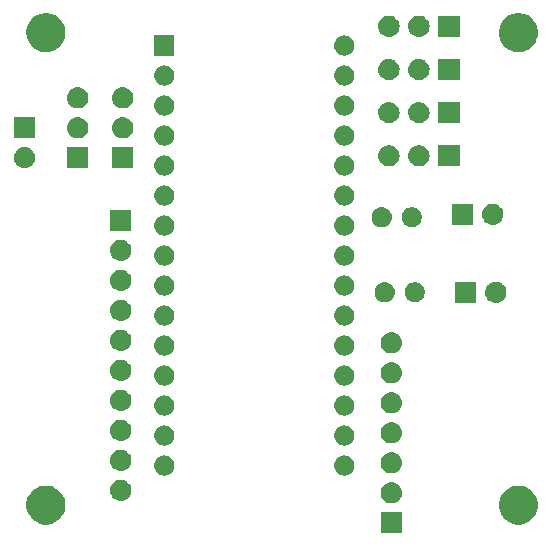
<source format=gbr>
%TF.GenerationSoftware,KiCad,Pcbnew,(5.0.1-3-g963ef8bb5)*%
%TF.CreationDate,2019-03-29T12:16:20-04:00*%
%TF.ProjectId,VHSBase,564853426173652E6B696361645F7063,rev?*%
%TF.SameCoordinates,Original*%
%TF.FileFunction,Soldermask,Top*%
%TF.FilePolarity,Negative*%
%FSLAX46Y46*%
G04 Gerber Fmt 4.6, Leading zero omitted, Abs format (unit mm)*
G04 Created by KiCad (PCBNEW (5.0.1-3-g963ef8bb5)) date Friday, March 29, 2019 at 12:16:20 pm*
%MOMM*%
%LPD*%
G01*
G04 APERTURE LIST*
%ADD10C,0.100000*%
G04 APERTURE END LIST*
D10*
G36*
X121101000Y-105001000D02*
X119299000Y-105001000D01*
X119299000Y-103199000D01*
X121101000Y-103199000D01*
X121101000Y-105001000D01*
X121101000Y-105001000D01*
G37*
G36*
X131325256Y-100991298D02*
X131431579Y-101012447D01*
X131732042Y-101136903D01*
X131846728Y-101213534D01*
X132002454Y-101317587D01*
X132232413Y-101547546D01*
X132413098Y-101817960D01*
X132425951Y-101848991D01*
X132537553Y-102118421D01*
X132601000Y-102437391D01*
X132601000Y-102762609D01*
X132537553Y-103081579D01*
X132449550Y-103294037D01*
X132413098Y-103382040D01*
X132232413Y-103652454D01*
X132002454Y-103882413D01*
X132002451Y-103882415D01*
X131732042Y-104063097D01*
X131431579Y-104187553D01*
X131325256Y-104208702D01*
X131112611Y-104251000D01*
X130787389Y-104251000D01*
X130574744Y-104208702D01*
X130468421Y-104187553D01*
X130167958Y-104063097D01*
X129897549Y-103882415D01*
X129897546Y-103882413D01*
X129667587Y-103652454D01*
X129486902Y-103382040D01*
X129450450Y-103294037D01*
X129362447Y-103081579D01*
X129299000Y-102762609D01*
X129299000Y-102437391D01*
X129362447Y-102118421D01*
X129474049Y-101848991D01*
X129486902Y-101817960D01*
X129667587Y-101547546D01*
X129897546Y-101317587D01*
X130053272Y-101213534D01*
X130167958Y-101136903D01*
X130468421Y-101012447D01*
X130574744Y-100991298D01*
X130787389Y-100949000D01*
X131112611Y-100949000D01*
X131325256Y-100991298D01*
X131325256Y-100991298D01*
G37*
G36*
X91325256Y-100991298D02*
X91431579Y-101012447D01*
X91732042Y-101136903D01*
X91846728Y-101213534D01*
X92002454Y-101317587D01*
X92232413Y-101547546D01*
X92413098Y-101817960D01*
X92425951Y-101848991D01*
X92537553Y-102118421D01*
X92601000Y-102437391D01*
X92601000Y-102762609D01*
X92537553Y-103081579D01*
X92449550Y-103294037D01*
X92413098Y-103382040D01*
X92232413Y-103652454D01*
X92002454Y-103882413D01*
X92002451Y-103882415D01*
X91732042Y-104063097D01*
X91431579Y-104187553D01*
X91325256Y-104208702D01*
X91112611Y-104251000D01*
X90787389Y-104251000D01*
X90574744Y-104208702D01*
X90468421Y-104187553D01*
X90167958Y-104063097D01*
X89897549Y-103882415D01*
X89897546Y-103882413D01*
X89667587Y-103652454D01*
X89486902Y-103382040D01*
X89450450Y-103294037D01*
X89362447Y-103081579D01*
X89299000Y-102762609D01*
X89299000Y-102437391D01*
X89362447Y-102118421D01*
X89474049Y-101848991D01*
X89486902Y-101817960D01*
X89667587Y-101547546D01*
X89897546Y-101317587D01*
X90053272Y-101213534D01*
X90167958Y-101136903D01*
X90468421Y-101012447D01*
X90574744Y-100991298D01*
X90787389Y-100949000D01*
X91112611Y-100949000D01*
X91325256Y-100991298D01*
X91325256Y-100991298D01*
G37*
G36*
X120310442Y-100665518D02*
X120376627Y-100672037D01*
X120487975Y-100705814D01*
X120546467Y-100723557D01*
X120685087Y-100797652D01*
X120702991Y-100807222D01*
X120738729Y-100836552D01*
X120840186Y-100919814D01*
X120916207Y-101012447D01*
X120952778Y-101057009D01*
X120952779Y-101057011D01*
X121036443Y-101213533D01*
X121036443Y-101213534D01*
X121087963Y-101383373D01*
X121105359Y-101560000D01*
X121087963Y-101736627D01*
X121063291Y-101817960D01*
X121036443Y-101906467D01*
X120962348Y-102045087D01*
X120952778Y-102062991D01*
X120923448Y-102098729D01*
X120840186Y-102200186D01*
X120738729Y-102283448D01*
X120702991Y-102312778D01*
X120702989Y-102312779D01*
X120546467Y-102396443D01*
X120489853Y-102413616D01*
X120376627Y-102447963D01*
X120310443Y-102454481D01*
X120244260Y-102461000D01*
X120155740Y-102461000D01*
X120089557Y-102454481D01*
X120023373Y-102447963D01*
X119910147Y-102413616D01*
X119853533Y-102396443D01*
X119697011Y-102312779D01*
X119697009Y-102312778D01*
X119661271Y-102283448D01*
X119559814Y-102200186D01*
X119476552Y-102098729D01*
X119447222Y-102062991D01*
X119437652Y-102045087D01*
X119363557Y-101906467D01*
X119336709Y-101817960D01*
X119312037Y-101736627D01*
X119294641Y-101560000D01*
X119312037Y-101383373D01*
X119363557Y-101213534D01*
X119363557Y-101213533D01*
X119447221Y-101057011D01*
X119447222Y-101057009D01*
X119483793Y-101012447D01*
X119559814Y-100919814D01*
X119661271Y-100836552D01*
X119697009Y-100807222D01*
X119714913Y-100797652D01*
X119853533Y-100723557D01*
X119912025Y-100705814D01*
X120023373Y-100672037D01*
X120089558Y-100665518D01*
X120155740Y-100659000D01*
X120244260Y-100659000D01*
X120310442Y-100665518D01*
X120310442Y-100665518D01*
G37*
G36*
X97392443Y-100451519D02*
X97458627Y-100458037D01*
X97571853Y-100492384D01*
X97628467Y-100509557D01*
X97767087Y-100583652D01*
X97784991Y-100593222D01*
X97820729Y-100622552D01*
X97922186Y-100705814D01*
X98005407Y-100807221D01*
X98034778Y-100843009D01*
X98034779Y-100843011D01*
X98118443Y-100999533D01*
X98118443Y-100999534D01*
X98169963Y-101169373D01*
X98187359Y-101346000D01*
X98169963Y-101522627D01*
X98162403Y-101547549D01*
X98118443Y-101692467D01*
X98051366Y-101817958D01*
X98034778Y-101848991D01*
X98005448Y-101884729D01*
X97922186Y-101986186D01*
X97828600Y-102062989D01*
X97784991Y-102098778D01*
X97784989Y-102098779D01*
X97628467Y-102182443D01*
X97571853Y-102199616D01*
X97458627Y-102233963D01*
X97392443Y-102240481D01*
X97326260Y-102247000D01*
X97237740Y-102247000D01*
X97171557Y-102240481D01*
X97105373Y-102233963D01*
X96992147Y-102199616D01*
X96935533Y-102182443D01*
X96779011Y-102098779D01*
X96779009Y-102098778D01*
X96735400Y-102062989D01*
X96641814Y-101986186D01*
X96558552Y-101884729D01*
X96529222Y-101848991D01*
X96512634Y-101817958D01*
X96445557Y-101692467D01*
X96401597Y-101547549D01*
X96394037Y-101522627D01*
X96376641Y-101346000D01*
X96394037Y-101169373D01*
X96445557Y-100999534D01*
X96445557Y-100999533D01*
X96529221Y-100843011D01*
X96529222Y-100843009D01*
X96558593Y-100807221D01*
X96641814Y-100705814D01*
X96743271Y-100622552D01*
X96779009Y-100593222D01*
X96796913Y-100583652D01*
X96935533Y-100509557D01*
X96992147Y-100492384D01*
X97105373Y-100458037D01*
X97171557Y-100451519D01*
X97237740Y-100445000D01*
X97326260Y-100445000D01*
X97392443Y-100451519D01*
X97392443Y-100451519D01*
G37*
G36*
X116381821Y-98416313D02*
X116381824Y-98416314D01*
X116381825Y-98416314D01*
X116542239Y-98464975D01*
X116542241Y-98464976D01*
X116542244Y-98464977D01*
X116690078Y-98543995D01*
X116819659Y-98650341D01*
X116926005Y-98779922D01*
X117005023Y-98927756D01*
X117005024Y-98927759D01*
X117005025Y-98927761D01*
X117021668Y-98982627D01*
X117053687Y-99088179D01*
X117070117Y-99255000D01*
X117053687Y-99421821D01*
X117053686Y-99421824D01*
X117053686Y-99421825D01*
X117012142Y-99558779D01*
X117005023Y-99582244D01*
X116926005Y-99730078D01*
X116819659Y-99859659D01*
X116690078Y-99966005D01*
X116542244Y-100045023D01*
X116542241Y-100045024D01*
X116542239Y-100045025D01*
X116381825Y-100093686D01*
X116381824Y-100093686D01*
X116381821Y-100093687D01*
X116256804Y-100106000D01*
X116173196Y-100106000D01*
X116048179Y-100093687D01*
X116048176Y-100093686D01*
X116048175Y-100093686D01*
X115887761Y-100045025D01*
X115887759Y-100045024D01*
X115887756Y-100045023D01*
X115739922Y-99966005D01*
X115610341Y-99859659D01*
X115503995Y-99730078D01*
X115424977Y-99582244D01*
X115417859Y-99558779D01*
X115376314Y-99421825D01*
X115376314Y-99421824D01*
X115376313Y-99421821D01*
X115359883Y-99255000D01*
X115376313Y-99088179D01*
X115408332Y-98982627D01*
X115424975Y-98927761D01*
X115424976Y-98927759D01*
X115424977Y-98927756D01*
X115503995Y-98779922D01*
X115610341Y-98650341D01*
X115739922Y-98543995D01*
X115887756Y-98464977D01*
X115887759Y-98464976D01*
X115887761Y-98464975D01*
X116048175Y-98416314D01*
X116048176Y-98416314D01*
X116048179Y-98416313D01*
X116173196Y-98404000D01*
X116256804Y-98404000D01*
X116381821Y-98416313D01*
X116381821Y-98416313D01*
G37*
G36*
X101141821Y-98416313D02*
X101141824Y-98416314D01*
X101141825Y-98416314D01*
X101302239Y-98464975D01*
X101302241Y-98464976D01*
X101302244Y-98464977D01*
X101450078Y-98543995D01*
X101579659Y-98650341D01*
X101686005Y-98779922D01*
X101765023Y-98927756D01*
X101765024Y-98927759D01*
X101765025Y-98927761D01*
X101781668Y-98982627D01*
X101813687Y-99088179D01*
X101830117Y-99255000D01*
X101813687Y-99421821D01*
X101813686Y-99421824D01*
X101813686Y-99421825D01*
X101772142Y-99558779D01*
X101765023Y-99582244D01*
X101686005Y-99730078D01*
X101579659Y-99859659D01*
X101450078Y-99966005D01*
X101302244Y-100045023D01*
X101302241Y-100045024D01*
X101302239Y-100045025D01*
X101141825Y-100093686D01*
X101141824Y-100093686D01*
X101141821Y-100093687D01*
X101016804Y-100106000D01*
X100933196Y-100106000D01*
X100808179Y-100093687D01*
X100808176Y-100093686D01*
X100808175Y-100093686D01*
X100647761Y-100045025D01*
X100647759Y-100045024D01*
X100647756Y-100045023D01*
X100499922Y-99966005D01*
X100370341Y-99859659D01*
X100263995Y-99730078D01*
X100184977Y-99582244D01*
X100177859Y-99558779D01*
X100136314Y-99421825D01*
X100136314Y-99421824D01*
X100136313Y-99421821D01*
X100119883Y-99255000D01*
X100136313Y-99088179D01*
X100168332Y-98982627D01*
X100184975Y-98927761D01*
X100184976Y-98927759D01*
X100184977Y-98927756D01*
X100263995Y-98779922D01*
X100370341Y-98650341D01*
X100499922Y-98543995D01*
X100647756Y-98464977D01*
X100647759Y-98464976D01*
X100647761Y-98464975D01*
X100808175Y-98416314D01*
X100808176Y-98416314D01*
X100808179Y-98416313D01*
X100933196Y-98404000D01*
X101016804Y-98404000D01*
X101141821Y-98416313D01*
X101141821Y-98416313D01*
G37*
G36*
X120310443Y-98125519D02*
X120376627Y-98132037D01*
X120487975Y-98165814D01*
X120546467Y-98183557D01*
X120685087Y-98257652D01*
X120702991Y-98267222D01*
X120738729Y-98296552D01*
X120840186Y-98379814D01*
X120910076Y-98464977D01*
X120952778Y-98517009D01*
X120952779Y-98517011D01*
X121036443Y-98673533D01*
X121036443Y-98673534D01*
X121087963Y-98843373D01*
X121105359Y-99020000D01*
X121087963Y-99196627D01*
X121053878Y-99308989D01*
X121036443Y-99366467D01*
X120962348Y-99505087D01*
X120952778Y-99522991D01*
X120923448Y-99558729D01*
X120840186Y-99660186D01*
X120755021Y-99730078D01*
X120702991Y-99772778D01*
X120702989Y-99772779D01*
X120546467Y-99856443D01*
X120489853Y-99873616D01*
X120376627Y-99907963D01*
X120310443Y-99914481D01*
X120244260Y-99921000D01*
X120155740Y-99921000D01*
X120089557Y-99914481D01*
X120023373Y-99907963D01*
X119910147Y-99873616D01*
X119853533Y-99856443D01*
X119697011Y-99772779D01*
X119697009Y-99772778D01*
X119644979Y-99730078D01*
X119559814Y-99660186D01*
X119476552Y-99558729D01*
X119447222Y-99522991D01*
X119437652Y-99505087D01*
X119363557Y-99366467D01*
X119346122Y-99308989D01*
X119312037Y-99196627D01*
X119294641Y-99020000D01*
X119312037Y-98843373D01*
X119363557Y-98673534D01*
X119363557Y-98673533D01*
X119447221Y-98517011D01*
X119447222Y-98517009D01*
X119489924Y-98464977D01*
X119559814Y-98379814D01*
X119661271Y-98296552D01*
X119697009Y-98267222D01*
X119714913Y-98257652D01*
X119853533Y-98183557D01*
X119912025Y-98165814D01*
X120023373Y-98132037D01*
X120089557Y-98125519D01*
X120155740Y-98119000D01*
X120244260Y-98119000D01*
X120310443Y-98125519D01*
X120310443Y-98125519D01*
G37*
G36*
X97392442Y-97911518D02*
X97458627Y-97918037D01*
X97571853Y-97952384D01*
X97628467Y-97969557D01*
X97767087Y-98043652D01*
X97784991Y-98053222D01*
X97820729Y-98082552D01*
X97922186Y-98165814D01*
X98005407Y-98267221D01*
X98034778Y-98303009D01*
X98034779Y-98303011D01*
X98118443Y-98459533D01*
X98118443Y-98459534D01*
X98169963Y-98629373D01*
X98187359Y-98806000D01*
X98169963Y-98982627D01*
X98158626Y-99020000D01*
X98118443Y-99152467D01*
X98063637Y-99255000D01*
X98034778Y-99308991D01*
X98005448Y-99344729D01*
X97922186Y-99446186D01*
X97828600Y-99522989D01*
X97784991Y-99558778D01*
X97784989Y-99558779D01*
X97628467Y-99642443D01*
X97571853Y-99659616D01*
X97458627Y-99693963D01*
X97392442Y-99700482D01*
X97326260Y-99707000D01*
X97237740Y-99707000D01*
X97171558Y-99700482D01*
X97105373Y-99693963D01*
X96992147Y-99659616D01*
X96935533Y-99642443D01*
X96779011Y-99558779D01*
X96779009Y-99558778D01*
X96735400Y-99522989D01*
X96641814Y-99446186D01*
X96558552Y-99344729D01*
X96529222Y-99308991D01*
X96500363Y-99255000D01*
X96445557Y-99152467D01*
X96405374Y-99020000D01*
X96394037Y-98982627D01*
X96376641Y-98806000D01*
X96394037Y-98629373D01*
X96445557Y-98459534D01*
X96445557Y-98459533D01*
X96529221Y-98303011D01*
X96529222Y-98303009D01*
X96558593Y-98267221D01*
X96641814Y-98165814D01*
X96743271Y-98082552D01*
X96779009Y-98053222D01*
X96796913Y-98043652D01*
X96935533Y-97969557D01*
X96992147Y-97952384D01*
X97105373Y-97918037D01*
X97171558Y-97911518D01*
X97237740Y-97905000D01*
X97326260Y-97905000D01*
X97392442Y-97911518D01*
X97392442Y-97911518D01*
G37*
G36*
X116381821Y-95876313D02*
X116381824Y-95876314D01*
X116381825Y-95876314D01*
X116542239Y-95924975D01*
X116542241Y-95924976D01*
X116542244Y-95924977D01*
X116690078Y-96003995D01*
X116819659Y-96110341D01*
X116926005Y-96239922D01*
X117005023Y-96387756D01*
X117005024Y-96387759D01*
X117005025Y-96387761D01*
X117021668Y-96442627D01*
X117053687Y-96548179D01*
X117070117Y-96715000D01*
X117053687Y-96881821D01*
X117053686Y-96881824D01*
X117053686Y-96881825D01*
X117012142Y-97018779D01*
X117005023Y-97042244D01*
X116926005Y-97190078D01*
X116819659Y-97319659D01*
X116690078Y-97426005D01*
X116542244Y-97505023D01*
X116542241Y-97505024D01*
X116542239Y-97505025D01*
X116381825Y-97553686D01*
X116381824Y-97553686D01*
X116381821Y-97553687D01*
X116256804Y-97566000D01*
X116173196Y-97566000D01*
X116048179Y-97553687D01*
X116048176Y-97553686D01*
X116048175Y-97553686D01*
X115887761Y-97505025D01*
X115887759Y-97505024D01*
X115887756Y-97505023D01*
X115739922Y-97426005D01*
X115610341Y-97319659D01*
X115503995Y-97190078D01*
X115424977Y-97042244D01*
X115417859Y-97018779D01*
X115376314Y-96881825D01*
X115376314Y-96881824D01*
X115376313Y-96881821D01*
X115359883Y-96715000D01*
X115376313Y-96548179D01*
X115408332Y-96442627D01*
X115424975Y-96387761D01*
X115424976Y-96387759D01*
X115424977Y-96387756D01*
X115503995Y-96239922D01*
X115610341Y-96110341D01*
X115739922Y-96003995D01*
X115887756Y-95924977D01*
X115887759Y-95924976D01*
X115887761Y-95924975D01*
X116048175Y-95876314D01*
X116048176Y-95876314D01*
X116048179Y-95876313D01*
X116173196Y-95864000D01*
X116256804Y-95864000D01*
X116381821Y-95876313D01*
X116381821Y-95876313D01*
G37*
G36*
X101141821Y-95876313D02*
X101141824Y-95876314D01*
X101141825Y-95876314D01*
X101302239Y-95924975D01*
X101302241Y-95924976D01*
X101302244Y-95924977D01*
X101450078Y-96003995D01*
X101579659Y-96110341D01*
X101686005Y-96239922D01*
X101765023Y-96387756D01*
X101765024Y-96387759D01*
X101765025Y-96387761D01*
X101781668Y-96442627D01*
X101813687Y-96548179D01*
X101830117Y-96715000D01*
X101813687Y-96881821D01*
X101813686Y-96881824D01*
X101813686Y-96881825D01*
X101772142Y-97018779D01*
X101765023Y-97042244D01*
X101686005Y-97190078D01*
X101579659Y-97319659D01*
X101450078Y-97426005D01*
X101302244Y-97505023D01*
X101302241Y-97505024D01*
X101302239Y-97505025D01*
X101141825Y-97553686D01*
X101141824Y-97553686D01*
X101141821Y-97553687D01*
X101016804Y-97566000D01*
X100933196Y-97566000D01*
X100808179Y-97553687D01*
X100808176Y-97553686D01*
X100808175Y-97553686D01*
X100647761Y-97505025D01*
X100647759Y-97505024D01*
X100647756Y-97505023D01*
X100499922Y-97426005D01*
X100370341Y-97319659D01*
X100263995Y-97190078D01*
X100184977Y-97042244D01*
X100177859Y-97018779D01*
X100136314Y-96881825D01*
X100136314Y-96881824D01*
X100136313Y-96881821D01*
X100119883Y-96715000D01*
X100136313Y-96548179D01*
X100168332Y-96442627D01*
X100184975Y-96387761D01*
X100184976Y-96387759D01*
X100184977Y-96387756D01*
X100263995Y-96239922D01*
X100370341Y-96110341D01*
X100499922Y-96003995D01*
X100647756Y-95924977D01*
X100647759Y-95924976D01*
X100647761Y-95924975D01*
X100808175Y-95876314D01*
X100808176Y-95876314D01*
X100808179Y-95876313D01*
X100933196Y-95864000D01*
X101016804Y-95864000D01*
X101141821Y-95876313D01*
X101141821Y-95876313D01*
G37*
G36*
X120310443Y-95585519D02*
X120376627Y-95592037D01*
X120487975Y-95625814D01*
X120546467Y-95643557D01*
X120685087Y-95717652D01*
X120702991Y-95727222D01*
X120738729Y-95756552D01*
X120840186Y-95839814D01*
X120910076Y-95924977D01*
X120952778Y-95977009D01*
X120952779Y-95977011D01*
X121036443Y-96133533D01*
X121036443Y-96133534D01*
X121087963Y-96303373D01*
X121105359Y-96480000D01*
X121087963Y-96656627D01*
X121053878Y-96768989D01*
X121036443Y-96826467D01*
X120962348Y-96965087D01*
X120952778Y-96982991D01*
X120923448Y-97018729D01*
X120840186Y-97120186D01*
X120755021Y-97190078D01*
X120702991Y-97232778D01*
X120702989Y-97232779D01*
X120546467Y-97316443D01*
X120489853Y-97333616D01*
X120376627Y-97367963D01*
X120310443Y-97374481D01*
X120244260Y-97381000D01*
X120155740Y-97381000D01*
X120089558Y-97374482D01*
X120023373Y-97367963D01*
X119910147Y-97333616D01*
X119853533Y-97316443D01*
X119697011Y-97232779D01*
X119697009Y-97232778D01*
X119644979Y-97190078D01*
X119559814Y-97120186D01*
X119476552Y-97018729D01*
X119447222Y-96982991D01*
X119437652Y-96965087D01*
X119363557Y-96826467D01*
X119346122Y-96768989D01*
X119312037Y-96656627D01*
X119294641Y-96480000D01*
X119312037Y-96303373D01*
X119363557Y-96133534D01*
X119363557Y-96133533D01*
X119447221Y-95977011D01*
X119447222Y-95977009D01*
X119489924Y-95924977D01*
X119559814Y-95839814D01*
X119661271Y-95756552D01*
X119697009Y-95727222D01*
X119714913Y-95717652D01*
X119853533Y-95643557D01*
X119912025Y-95625814D01*
X120023373Y-95592037D01*
X120089558Y-95585518D01*
X120155740Y-95579000D01*
X120244260Y-95579000D01*
X120310443Y-95585519D01*
X120310443Y-95585519D01*
G37*
G36*
X97392443Y-95371519D02*
X97458627Y-95378037D01*
X97571853Y-95412384D01*
X97628467Y-95429557D01*
X97767087Y-95503652D01*
X97784991Y-95513222D01*
X97820729Y-95542552D01*
X97922186Y-95625814D01*
X98005407Y-95727221D01*
X98034778Y-95763009D01*
X98034779Y-95763011D01*
X98118443Y-95919533D01*
X98118443Y-95919534D01*
X98169963Y-96089373D01*
X98187359Y-96266000D01*
X98169963Y-96442627D01*
X98158626Y-96480000D01*
X98118443Y-96612467D01*
X98063637Y-96715000D01*
X98034778Y-96768991D01*
X98005448Y-96804729D01*
X97922186Y-96906186D01*
X97828600Y-96982989D01*
X97784991Y-97018778D01*
X97784989Y-97018779D01*
X97628467Y-97102443D01*
X97571853Y-97119616D01*
X97458627Y-97153963D01*
X97392443Y-97160481D01*
X97326260Y-97167000D01*
X97237740Y-97167000D01*
X97171557Y-97160481D01*
X97105373Y-97153963D01*
X96992147Y-97119616D01*
X96935533Y-97102443D01*
X96779011Y-97018779D01*
X96779009Y-97018778D01*
X96735400Y-96982989D01*
X96641814Y-96906186D01*
X96558552Y-96804729D01*
X96529222Y-96768991D01*
X96500363Y-96715000D01*
X96445557Y-96612467D01*
X96405374Y-96480000D01*
X96394037Y-96442627D01*
X96376641Y-96266000D01*
X96394037Y-96089373D01*
X96445557Y-95919534D01*
X96445557Y-95919533D01*
X96529221Y-95763011D01*
X96529222Y-95763009D01*
X96558593Y-95727221D01*
X96641814Y-95625814D01*
X96743271Y-95542552D01*
X96779009Y-95513222D01*
X96796913Y-95503652D01*
X96935533Y-95429557D01*
X96992147Y-95412384D01*
X97105373Y-95378037D01*
X97171557Y-95371519D01*
X97237740Y-95365000D01*
X97326260Y-95365000D01*
X97392443Y-95371519D01*
X97392443Y-95371519D01*
G37*
G36*
X101141821Y-93336313D02*
X101141824Y-93336314D01*
X101141825Y-93336314D01*
X101302239Y-93384975D01*
X101302241Y-93384976D01*
X101302244Y-93384977D01*
X101450078Y-93463995D01*
X101579659Y-93570341D01*
X101686005Y-93699922D01*
X101765023Y-93847756D01*
X101765024Y-93847759D01*
X101765025Y-93847761D01*
X101781668Y-93902627D01*
X101813687Y-94008179D01*
X101830117Y-94175000D01*
X101813687Y-94341821D01*
X101813686Y-94341824D01*
X101813686Y-94341825D01*
X101772142Y-94478779D01*
X101765023Y-94502244D01*
X101686005Y-94650078D01*
X101579659Y-94779659D01*
X101450078Y-94886005D01*
X101302244Y-94965023D01*
X101302241Y-94965024D01*
X101302239Y-94965025D01*
X101141825Y-95013686D01*
X101141824Y-95013686D01*
X101141821Y-95013687D01*
X101016804Y-95026000D01*
X100933196Y-95026000D01*
X100808179Y-95013687D01*
X100808176Y-95013686D01*
X100808175Y-95013686D01*
X100647761Y-94965025D01*
X100647759Y-94965024D01*
X100647756Y-94965023D01*
X100499922Y-94886005D01*
X100370341Y-94779659D01*
X100263995Y-94650078D01*
X100184977Y-94502244D01*
X100177859Y-94478779D01*
X100136314Y-94341825D01*
X100136314Y-94341824D01*
X100136313Y-94341821D01*
X100119883Y-94175000D01*
X100136313Y-94008179D01*
X100168332Y-93902627D01*
X100184975Y-93847761D01*
X100184976Y-93847759D01*
X100184977Y-93847756D01*
X100263995Y-93699922D01*
X100370341Y-93570341D01*
X100499922Y-93463995D01*
X100647756Y-93384977D01*
X100647759Y-93384976D01*
X100647761Y-93384975D01*
X100808175Y-93336314D01*
X100808176Y-93336314D01*
X100808179Y-93336313D01*
X100933196Y-93324000D01*
X101016804Y-93324000D01*
X101141821Y-93336313D01*
X101141821Y-93336313D01*
G37*
G36*
X116381821Y-93336313D02*
X116381824Y-93336314D01*
X116381825Y-93336314D01*
X116542239Y-93384975D01*
X116542241Y-93384976D01*
X116542244Y-93384977D01*
X116690078Y-93463995D01*
X116819659Y-93570341D01*
X116926005Y-93699922D01*
X117005023Y-93847756D01*
X117005024Y-93847759D01*
X117005025Y-93847761D01*
X117021668Y-93902627D01*
X117053687Y-94008179D01*
X117070117Y-94175000D01*
X117053687Y-94341821D01*
X117053686Y-94341824D01*
X117053686Y-94341825D01*
X117012142Y-94478779D01*
X117005023Y-94502244D01*
X116926005Y-94650078D01*
X116819659Y-94779659D01*
X116690078Y-94886005D01*
X116542244Y-94965023D01*
X116542241Y-94965024D01*
X116542239Y-94965025D01*
X116381825Y-95013686D01*
X116381824Y-95013686D01*
X116381821Y-95013687D01*
X116256804Y-95026000D01*
X116173196Y-95026000D01*
X116048179Y-95013687D01*
X116048176Y-95013686D01*
X116048175Y-95013686D01*
X115887761Y-94965025D01*
X115887759Y-94965024D01*
X115887756Y-94965023D01*
X115739922Y-94886005D01*
X115610341Y-94779659D01*
X115503995Y-94650078D01*
X115424977Y-94502244D01*
X115417859Y-94478779D01*
X115376314Y-94341825D01*
X115376314Y-94341824D01*
X115376313Y-94341821D01*
X115359883Y-94175000D01*
X115376313Y-94008179D01*
X115408332Y-93902627D01*
X115424975Y-93847761D01*
X115424976Y-93847759D01*
X115424977Y-93847756D01*
X115503995Y-93699922D01*
X115610341Y-93570341D01*
X115739922Y-93463995D01*
X115887756Y-93384977D01*
X115887759Y-93384976D01*
X115887761Y-93384975D01*
X116048175Y-93336314D01*
X116048176Y-93336314D01*
X116048179Y-93336313D01*
X116173196Y-93324000D01*
X116256804Y-93324000D01*
X116381821Y-93336313D01*
X116381821Y-93336313D01*
G37*
G36*
X120310442Y-93045518D02*
X120376627Y-93052037D01*
X120487975Y-93085814D01*
X120546467Y-93103557D01*
X120685087Y-93177652D01*
X120702991Y-93187222D01*
X120738729Y-93216552D01*
X120840186Y-93299814D01*
X120910076Y-93384977D01*
X120952778Y-93437009D01*
X120952779Y-93437011D01*
X121036443Y-93593533D01*
X121036443Y-93593534D01*
X121087963Y-93763373D01*
X121105359Y-93940000D01*
X121087963Y-94116627D01*
X121053878Y-94228989D01*
X121036443Y-94286467D01*
X120962348Y-94425087D01*
X120952778Y-94442991D01*
X120923448Y-94478729D01*
X120840186Y-94580186D01*
X120755021Y-94650078D01*
X120702991Y-94692778D01*
X120702989Y-94692779D01*
X120546467Y-94776443D01*
X120489853Y-94793616D01*
X120376627Y-94827963D01*
X120310443Y-94834481D01*
X120244260Y-94841000D01*
X120155740Y-94841000D01*
X120089557Y-94834481D01*
X120023373Y-94827963D01*
X119910147Y-94793616D01*
X119853533Y-94776443D01*
X119697011Y-94692779D01*
X119697009Y-94692778D01*
X119644979Y-94650078D01*
X119559814Y-94580186D01*
X119476552Y-94478729D01*
X119447222Y-94442991D01*
X119437652Y-94425087D01*
X119363557Y-94286467D01*
X119346122Y-94228989D01*
X119312037Y-94116627D01*
X119294641Y-93940000D01*
X119312037Y-93763373D01*
X119363557Y-93593534D01*
X119363557Y-93593533D01*
X119447221Y-93437011D01*
X119447222Y-93437009D01*
X119489924Y-93384977D01*
X119559814Y-93299814D01*
X119661271Y-93216552D01*
X119697009Y-93187222D01*
X119714913Y-93177652D01*
X119853533Y-93103557D01*
X119912025Y-93085814D01*
X120023373Y-93052037D01*
X120089558Y-93045518D01*
X120155740Y-93039000D01*
X120244260Y-93039000D01*
X120310442Y-93045518D01*
X120310442Y-93045518D01*
G37*
G36*
X97392442Y-92831518D02*
X97458627Y-92838037D01*
X97571853Y-92872384D01*
X97628467Y-92889557D01*
X97767087Y-92963652D01*
X97784991Y-92973222D01*
X97820729Y-93002552D01*
X97922186Y-93085814D01*
X98005407Y-93187221D01*
X98034778Y-93223009D01*
X98034779Y-93223011D01*
X98118443Y-93379533D01*
X98118443Y-93379534D01*
X98169963Y-93549373D01*
X98187359Y-93726000D01*
X98169963Y-93902627D01*
X98158626Y-93940000D01*
X98118443Y-94072467D01*
X98063637Y-94175000D01*
X98034778Y-94228991D01*
X98005448Y-94264729D01*
X97922186Y-94366186D01*
X97828600Y-94442989D01*
X97784991Y-94478778D01*
X97784989Y-94478779D01*
X97628467Y-94562443D01*
X97571853Y-94579616D01*
X97458627Y-94613963D01*
X97392443Y-94620481D01*
X97326260Y-94627000D01*
X97237740Y-94627000D01*
X97171557Y-94620481D01*
X97105373Y-94613963D01*
X96992147Y-94579616D01*
X96935533Y-94562443D01*
X96779011Y-94478779D01*
X96779009Y-94478778D01*
X96735400Y-94442989D01*
X96641814Y-94366186D01*
X96558552Y-94264729D01*
X96529222Y-94228991D01*
X96500363Y-94175000D01*
X96445557Y-94072467D01*
X96405374Y-93940000D01*
X96394037Y-93902627D01*
X96376641Y-93726000D01*
X96394037Y-93549373D01*
X96445557Y-93379534D01*
X96445557Y-93379533D01*
X96529221Y-93223011D01*
X96529222Y-93223009D01*
X96558593Y-93187221D01*
X96641814Y-93085814D01*
X96743271Y-93002552D01*
X96779009Y-92973222D01*
X96796913Y-92963652D01*
X96935533Y-92889557D01*
X96992147Y-92872384D01*
X97105373Y-92838037D01*
X97171558Y-92831518D01*
X97237740Y-92825000D01*
X97326260Y-92825000D01*
X97392442Y-92831518D01*
X97392442Y-92831518D01*
G37*
G36*
X101141821Y-90796313D02*
X101141824Y-90796314D01*
X101141825Y-90796314D01*
X101302239Y-90844975D01*
X101302241Y-90844976D01*
X101302244Y-90844977D01*
X101450078Y-90923995D01*
X101579659Y-91030341D01*
X101686005Y-91159922D01*
X101765023Y-91307756D01*
X101765024Y-91307759D01*
X101765025Y-91307761D01*
X101781668Y-91362627D01*
X101813687Y-91468179D01*
X101830117Y-91635000D01*
X101813687Y-91801821D01*
X101813686Y-91801824D01*
X101813686Y-91801825D01*
X101772142Y-91938779D01*
X101765023Y-91962244D01*
X101686005Y-92110078D01*
X101579659Y-92239659D01*
X101450078Y-92346005D01*
X101302244Y-92425023D01*
X101302241Y-92425024D01*
X101302239Y-92425025D01*
X101141825Y-92473686D01*
X101141824Y-92473686D01*
X101141821Y-92473687D01*
X101016804Y-92486000D01*
X100933196Y-92486000D01*
X100808179Y-92473687D01*
X100808176Y-92473686D01*
X100808175Y-92473686D01*
X100647761Y-92425025D01*
X100647759Y-92425024D01*
X100647756Y-92425023D01*
X100499922Y-92346005D01*
X100370341Y-92239659D01*
X100263995Y-92110078D01*
X100184977Y-91962244D01*
X100177859Y-91938779D01*
X100136314Y-91801825D01*
X100136314Y-91801824D01*
X100136313Y-91801821D01*
X100119883Y-91635000D01*
X100136313Y-91468179D01*
X100168332Y-91362627D01*
X100184975Y-91307761D01*
X100184976Y-91307759D01*
X100184977Y-91307756D01*
X100263995Y-91159922D01*
X100370341Y-91030341D01*
X100499922Y-90923995D01*
X100647756Y-90844977D01*
X100647759Y-90844976D01*
X100647761Y-90844975D01*
X100808175Y-90796314D01*
X100808176Y-90796314D01*
X100808179Y-90796313D01*
X100933196Y-90784000D01*
X101016804Y-90784000D01*
X101141821Y-90796313D01*
X101141821Y-90796313D01*
G37*
G36*
X116381821Y-90796313D02*
X116381824Y-90796314D01*
X116381825Y-90796314D01*
X116542239Y-90844975D01*
X116542241Y-90844976D01*
X116542244Y-90844977D01*
X116690078Y-90923995D01*
X116819659Y-91030341D01*
X116926005Y-91159922D01*
X117005023Y-91307756D01*
X117005024Y-91307759D01*
X117005025Y-91307761D01*
X117021668Y-91362627D01*
X117053687Y-91468179D01*
X117070117Y-91635000D01*
X117053687Y-91801821D01*
X117053686Y-91801824D01*
X117053686Y-91801825D01*
X117012142Y-91938779D01*
X117005023Y-91962244D01*
X116926005Y-92110078D01*
X116819659Y-92239659D01*
X116690078Y-92346005D01*
X116542244Y-92425023D01*
X116542241Y-92425024D01*
X116542239Y-92425025D01*
X116381825Y-92473686D01*
X116381824Y-92473686D01*
X116381821Y-92473687D01*
X116256804Y-92486000D01*
X116173196Y-92486000D01*
X116048179Y-92473687D01*
X116048176Y-92473686D01*
X116048175Y-92473686D01*
X115887761Y-92425025D01*
X115887759Y-92425024D01*
X115887756Y-92425023D01*
X115739922Y-92346005D01*
X115610341Y-92239659D01*
X115503995Y-92110078D01*
X115424977Y-91962244D01*
X115417859Y-91938779D01*
X115376314Y-91801825D01*
X115376314Y-91801824D01*
X115376313Y-91801821D01*
X115359883Y-91635000D01*
X115376313Y-91468179D01*
X115408332Y-91362627D01*
X115424975Y-91307761D01*
X115424976Y-91307759D01*
X115424977Y-91307756D01*
X115503995Y-91159922D01*
X115610341Y-91030341D01*
X115739922Y-90923995D01*
X115887756Y-90844977D01*
X115887759Y-90844976D01*
X115887761Y-90844975D01*
X116048175Y-90796314D01*
X116048176Y-90796314D01*
X116048179Y-90796313D01*
X116173196Y-90784000D01*
X116256804Y-90784000D01*
X116381821Y-90796313D01*
X116381821Y-90796313D01*
G37*
G36*
X120310442Y-90505518D02*
X120376627Y-90512037D01*
X120487975Y-90545814D01*
X120546467Y-90563557D01*
X120685087Y-90637652D01*
X120702991Y-90647222D01*
X120738729Y-90676552D01*
X120840186Y-90759814D01*
X120910076Y-90844977D01*
X120952778Y-90897009D01*
X120952779Y-90897011D01*
X121036443Y-91053533D01*
X121036443Y-91053534D01*
X121087963Y-91223373D01*
X121105359Y-91400000D01*
X121087963Y-91576627D01*
X121053878Y-91688989D01*
X121036443Y-91746467D01*
X120962348Y-91885087D01*
X120952778Y-91902991D01*
X120923448Y-91938729D01*
X120840186Y-92040186D01*
X120755021Y-92110078D01*
X120702991Y-92152778D01*
X120702989Y-92152779D01*
X120546467Y-92236443D01*
X120489853Y-92253616D01*
X120376627Y-92287963D01*
X120310442Y-92294482D01*
X120244260Y-92301000D01*
X120155740Y-92301000D01*
X120089558Y-92294482D01*
X120023373Y-92287963D01*
X119910147Y-92253616D01*
X119853533Y-92236443D01*
X119697011Y-92152779D01*
X119697009Y-92152778D01*
X119644979Y-92110078D01*
X119559814Y-92040186D01*
X119476552Y-91938729D01*
X119447222Y-91902991D01*
X119437652Y-91885087D01*
X119363557Y-91746467D01*
X119346122Y-91688989D01*
X119312037Y-91576627D01*
X119294641Y-91400000D01*
X119312037Y-91223373D01*
X119363557Y-91053534D01*
X119363557Y-91053533D01*
X119447221Y-90897011D01*
X119447222Y-90897009D01*
X119489924Y-90844977D01*
X119559814Y-90759814D01*
X119661271Y-90676552D01*
X119697009Y-90647222D01*
X119714913Y-90637652D01*
X119853533Y-90563557D01*
X119912025Y-90545814D01*
X120023373Y-90512037D01*
X120089558Y-90505518D01*
X120155740Y-90499000D01*
X120244260Y-90499000D01*
X120310442Y-90505518D01*
X120310442Y-90505518D01*
G37*
G36*
X97392443Y-90291519D02*
X97458627Y-90298037D01*
X97571853Y-90332384D01*
X97628467Y-90349557D01*
X97767087Y-90423652D01*
X97784991Y-90433222D01*
X97820729Y-90462552D01*
X97922186Y-90545814D01*
X98005407Y-90647221D01*
X98034778Y-90683009D01*
X98034779Y-90683011D01*
X98118443Y-90839533D01*
X98118443Y-90839534D01*
X98169963Y-91009373D01*
X98187359Y-91186000D01*
X98169963Y-91362627D01*
X98158626Y-91400000D01*
X98118443Y-91532467D01*
X98063637Y-91635000D01*
X98034778Y-91688991D01*
X98005448Y-91724729D01*
X97922186Y-91826186D01*
X97828600Y-91902989D01*
X97784991Y-91938778D01*
X97784989Y-91938779D01*
X97628467Y-92022443D01*
X97571853Y-92039616D01*
X97458627Y-92073963D01*
X97392443Y-92080481D01*
X97326260Y-92087000D01*
X97237740Y-92087000D01*
X97171557Y-92080481D01*
X97105373Y-92073963D01*
X96992147Y-92039616D01*
X96935533Y-92022443D01*
X96779011Y-91938779D01*
X96779009Y-91938778D01*
X96735400Y-91902989D01*
X96641814Y-91826186D01*
X96558552Y-91724729D01*
X96529222Y-91688991D01*
X96500363Y-91635000D01*
X96445557Y-91532467D01*
X96405374Y-91400000D01*
X96394037Y-91362627D01*
X96376641Y-91186000D01*
X96394037Y-91009373D01*
X96445557Y-90839534D01*
X96445557Y-90839533D01*
X96529221Y-90683011D01*
X96529222Y-90683009D01*
X96558593Y-90647221D01*
X96641814Y-90545814D01*
X96743271Y-90462552D01*
X96779009Y-90433222D01*
X96796913Y-90423652D01*
X96935533Y-90349557D01*
X96992147Y-90332384D01*
X97105373Y-90298037D01*
X97171557Y-90291519D01*
X97237740Y-90285000D01*
X97326260Y-90285000D01*
X97392443Y-90291519D01*
X97392443Y-90291519D01*
G37*
G36*
X101141821Y-88256313D02*
X101141824Y-88256314D01*
X101141825Y-88256314D01*
X101302239Y-88304975D01*
X101302241Y-88304976D01*
X101302244Y-88304977D01*
X101450078Y-88383995D01*
X101579659Y-88490341D01*
X101686005Y-88619922D01*
X101765023Y-88767756D01*
X101765024Y-88767759D01*
X101765025Y-88767761D01*
X101781668Y-88822627D01*
X101813687Y-88928179D01*
X101830117Y-89095000D01*
X101813687Y-89261821D01*
X101813686Y-89261824D01*
X101813686Y-89261825D01*
X101772142Y-89398779D01*
X101765023Y-89422244D01*
X101686005Y-89570078D01*
X101579659Y-89699659D01*
X101450078Y-89806005D01*
X101302244Y-89885023D01*
X101302241Y-89885024D01*
X101302239Y-89885025D01*
X101141825Y-89933686D01*
X101141824Y-89933686D01*
X101141821Y-89933687D01*
X101016804Y-89946000D01*
X100933196Y-89946000D01*
X100808179Y-89933687D01*
X100808176Y-89933686D01*
X100808175Y-89933686D01*
X100647761Y-89885025D01*
X100647759Y-89885024D01*
X100647756Y-89885023D01*
X100499922Y-89806005D01*
X100370341Y-89699659D01*
X100263995Y-89570078D01*
X100184977Y-89422244D01*
X100177859Y-89398779D01*
X100136314Y-89261825D01*
X100136314Y-89261824D01*
X100136313Y-89261821D01*
X100119883Y-89095000D01*
X100136313Y-88928179D01*
X100168332Y-88822627D01*
X100184975Y-88767761D01*
X100184976Y-88767759D01*
X100184977Y-88767756D01*
X100263995Y-88619922D01*
X100370341Y-88490341D01*
X100499922Y-88383995D01*
X100647756Y-88304977D01*
X100647759Y-88304976D01*
X100647761Y-88304975D01*
X100808175Y-88256314D01*
X100808176Y-88256314D01*
X100808179Y-88256313D01*
X100933196Y-88244000D01*
X101016804Y-88244000D01*
X101141821Y-88256313D01*
X101141821Y-88256313D01*
G37*
G36*
X116381821Y-88256313D02*
X116381824Y-88256314D01*
X116381825Y-88256314D01*
X116542239Y-88304975D01*
X116542241Y-88304976D01*
X116542244Y-88304977D01*
X116690078Y-88383995D01*
X116819659Y-88490341D01*
X116926005Y-88619922D01*
X117005023Y-88767756D01*
X117005024Y-88767759D01*
X117005025Y-88767761D01*
X117021668Y-88822627D01*
X117053687Y-88928179D01*
X117070117Y-89095000D01*
X117053687Y-89261821D01*
X117053686Y-89261824D01*
X117053686Y-89261825D01*
X117012142Y-89398779D01*
X117005023Y-89422244D01*
X116926005Y-89570078D01*
X116819659Y-89699659D01*
X116690078Y-89806005D01*
X116542244Y-89885023D01*
X116542241Y-89885024D01*
X116542239Y-89885025D01*
X116381825Y-89933686D01*
X116381824Y-89933686D01*
X116381821Y-89933687D01*
X116256804Y-89946000D01*
X116173196Y-89946000D01*
X116048179Y-89933687D01*
X116048176Y-89933686D01*
X116048175Y-89933686D01*
X115887761Y-89885025D01*
X115887759Y-89885024D01*
X115887756Y-89885023D01*
X115739922Y-89806005D01*
X115610341Y-89699659D01*
X115503995Y-89570078D01*
X115424977Y-89422244D01*
X115417859Y-89398779D01*
X115376314Y-89261825D01*
X115376314Y-89261824D01*
X115376313Y-89261821D01*
X115359883Y-89095000D01*
X115376313Y-88928179D01*
X115408332Y-88822627D01*
X115424975Y-88767761D01*
X115424976Y-88767759D01*
X115424977Y-88767756D01*
X115503995Y-88619922D01*
X115610341Y-88490341D01*
X115739922Y-88383995D01*
X115887756Y-88304977D01*
X115887759Y-88304976D01*
X115887761Y-88304975D01*
X116048175Y-88256314D01*
X116048176Y-88256314D01*
X116048179Y-88256313D01*
X116173196Y-88244000D01*
X116256804Y-88244000D01*
X116381821Y-88256313D01*
X116381821Y-88256313D01*
G37*
G36*
X120310443Y-87965519D02*
X120376627Y-87972037D01*
X120487975Y-88005814D01*
X120546467Y-88023557D01*
X120685087Y-88097652D01*
X120702991Y-88107222D01*
X120738729Y-88136552D01*
X120840186Y-88219814D01*
X120910076Y-88304977D01*
X120952778Y-88357009D01*
X120952779Y-88357011D01*
X121036443Y-88513533D01*
X121036443Y-88513534D01*
X121087963Y-88683373D01*
X121105359Y-88860000D01*
X121087963Y-89036627D01*
X121053878Y-89148989D01*
X121036443Y-89206467D01*
X120962348Y-89345087D01*
X120952778Y-89362991D01*
X120923448Y-89398729D01*
X120840186Y-89500186D01*
X120755021Y-89570078D01*
X120702991Y-89612778D01*
X120702989Y-89612779D01*
X120546467Y-89696443D01*
X120489853Y-89713616D01*
X120376627Y-89747963D01*
X120310443Y-89754481D01*
X120244260Y-89761000D01*
X120155740Y-89761000D01*
X120089557Y-89754481D01*
X120023373Y-89747963D01*
X119910147Y-89713616D01*
X119853533Y-89696443D01*
X119697011Y-89612779D01*
X119697009Y-89612778D01*
X119644979Y-89570078D01*
X119559814Y-89500186D01*
X119476552Y-89398729D01*
X119447222Y-89362991D01*
X119437652Y-89345087D01*
X119363557Y-89206467D01*
X119346122Y-89148989D01*
X119312037Y-89036627D01*
X119294641Y-88860000D01*
X119312037Y-88683373D01*
X119363557Y-88513534D01*
X119363557Y-88513533D01*
X119447221Y-88357011D01*
X119447222Y-88357009D01*
X119489924Y-88304977D01*
X119559814Y-88219814D01*
X119661271Y-88136552D01*
X119697009Y-88107222D01*
X119714913Y-88097652D01*
X119853533Y-88023557D01*
X119912025Y-88005814D01*
X120023373Y-87972037D01*
X120089557Y-87965519D01*
X120155740Y-87959000D01*
X120244260Y-87959000D01*
X120310443Y-87965519D01*
X120310443Y-87965519D01*
G37*
G36*
X97392442Y-87751518D02*
X97458627Y-87758037D01*
X97571853Y-87792384D01*
X97628467Y-87809557D01*
X97767087Y-87883652D01*
X97784991Y-87893222D01*
X97820729Y-87922552D01*
X97922186Y-88005814D01*
X98005407Y-88107221D01*
X98034778Y-88143009D01*
X98034779Y-88143011D01*
X98118443Y-88299533D01*
X98118443Y-88299534D01*
X98169963Y-88469373D01*
X98187359Y-88646000D01*
X98169963Y-88822627D01*
X98158626Y-88860000D01*
X98118443Y-88992467D01*
X98063637Y-89095000D01*
X98034778Y-89148991D01*
X98005448Y-89184729D01*
X97922186Y-89286186D01*
X97828600Y-89362989D01*
X97784991Y-89398778D01*
X97784989Y-89398779D01*
X97628467Y-89482443D01*
X97571853Y-89499616D01*
X97458627Y-89533963D01*
X97392442Y-89540482D01*
X97326260Y-89547000D01*
X97237740Y-89547000D01*
X97171558Y-89540482D01*
X97105373Y-89533963D01*
X96992147Y-89499616D01*
X96935533Y-89482443D01*
X96779011Y-89398779D01*
X96779009Y-89398778D01*
X96735400Y-89362989D01*
X96641814Y-89286186D01*
X96558552Y-89184729D01*
X96529222Y-89148991D01*
X96500363Y-89095000D01*
X96445557Y-88992467D01*
X96405374Y-88860000D01*
X96394037Y-88822627D01*
X96376641Y-88646000D01*
X96394037Y-88469373D01*
X96445557Y-88299534D01*
X96445557Y-88299533D01*
X96529221Y-88143011D01*
X96529222Y-88143009D01*
X96558593Y-88107221D01*
X96641814Y-88005814D01*
X96743271Y-87922552D01*
X96779009Y-87893222D01*
X96796913Y-87883652D01*
X96935533Y-87809557D01*
X96992147Y-87792384D01*
X97105373Y-87758037D01*
X97171558Y-87751518D01*
X97237740Y-87745000D01*
X97326260Y-87745000D01*
X97392442Y-87751518D01*
X97392442Y-87751518D01*
G37*
G36*
X116381821Y-85716313D02*
X116381824Y-85716314D01*
X116381825Y-85716314D01*
X116542239Y-85764975D01*
X116542241Y-85764976D01*
X116542244Y-85764977D01*
X116690078Y-85843995D01*
X116819659Y-85950341D01*
X116926005Y-86079922D01*
X117005023Y-86227756D01*
X117005024Y-86227759D01*
X117005025Y-86227761D01*
X117021668Y-86282627D01*
X117053687Y-86388179D01*
X117070117Y-86555000D01*
X117053687Y-86721821D01*
X117053686Y-86721824D01*
X117053686Y-86721825D01*
X117012142Y-86858779D01*
X117005023Y-86882244D01*
X116926005Y-87030078D01*
X116819659Y-87159659D01*
X116690078Y-87266005D01*
X116542244Y-87345023D01*
X116542241Y-87345024D01*
X116542239Y-87345025D01*
X116381825Y-87393686D01*
X116381824Y-87393686D01*
X116381821Y-87393687D01*
X116256804Y-87406000D01*
X116173196Y-87406000D01*
X116048179Y-87393687D01*
X116048176Y-87393686D01*
X116048175Y-87393686D01*
X115887761Y-87345025D01*
X115887759Y-87345024D01*
X115887756Y-87345023D01*
X115739922Y-87266005D01*
X115610341Y-87159659D01*
X115503995Y-87030078D01*
X115424977Y-86882244D01*
X115417859Y-86858779D01*
X115376314Y-86721825D01*
X115376314Y-86721824D01*
X115376313Y-86721821D01*
X115359883Y-86555000D01*
X115376313Y-86388179D01*
X115408332Y-86282627D01*
X115424975Y-86227761D01*
X115424976Y-86227759D01*
X115424977Y-86227756D01*
X115503995Y-86079922D01*
X115610341Y-85950341D01*
X115739922Y-85843995D01*
X115887756Y-85764977D01*
X115887759Y-85764976D01*
X115887761Y-85764975D01*
X116048175Y-85716314D01*
X116048176Y-85716314D01*
X116048179Y-85716313D01*
X116173196Y-85704000D01*
X116256804Y-85704000D01*
X116381821Y-85716313D01*
X116381821Y-85716313D01*
G37*
G36*
X101141821Y-85716313D02*
X101141824Y-85716314D01*
X101141825Y-85716314D01*
X101302239Y-85764975D01*
X101302241Y-85764976D01*
X101302244Y-85764977D01*
X101450078Y-85843995D01*
X101579659Y-85950341D01*
X101686005Y-86079922D01*
X101765023Y-86227756D01*
X101765024Y-86227759D01*
X101765025Y-86227761D01*
X101781668Y-86282627D01*
X101813687Y-86388179D01*
X101830117Y-86555000D01*
X101813687Y-86721821D01*
X101813686Y-86721824D01*
X101813686Y-86721825D01*
X101772142Y-86858779D01*
X101765023Y-86882244D01*
X101686005Y-87030078D01*
X101579659Y-87159659D01*
X101450078Y-87266005D01*
X101302244Y-87345023D01*
X101302241Y-87345024D01*
X101302239Y-87345025D01*
X101141825Y-87393686D01*
X101141824Y-87393686D01*
X101141821Y-87393687D01*
X101016804Y-87406000D01*
X100933196Y-87406000D01*
X100808179Y-87393687D01*
X100808176Y-87393686D01*
X100808175Y-87393686D01*
X100647761Y-87345025D01*
X100647759Y-87345024D01*
X100647756Y-87345023D01*
X100499922Y-87266005D01*
X100370341Y-87159659D01*
X100263995Y-87030078D01*
X100184977Y-86882244D01*
X100177859Y-86858779D01*
X100136314Y-86721825D01*
X100136314Y-86721824D01*
X100136313Y-86721821D01*
X100119883Y-86555000D01*
X100136313Y-86388179D01*
X100168332Y-86282627D01*
X100184975Y-86227761D01*
X100184976Y-86227759D01*
X100184977Y-86227756D01*
X100263995Y-86079922D01*
X100370341Y-85950341D01*
X100499922Y-85843995D01*
X100647756Y-85764977D01*
X100647759Y-85764976D01*
X100647761Y-85764975D01*
X100808175Y-85716314D01*
X100808176Y-85716314D01*
X100808179Y-85716313D01*
X100933196Y-85704000D01*
X101016804Y-85704000D01*
X101141821Y-85716313D01*
X101141821Y-85716313D01*
G37*
G36*
X97392443Y-85211519D02*
X97458627Y-85218037D01*
X97571853Y-85252384D01*
X97628467Y-85269557D01*
X97672334Y-85293005D01*
X97784991Y-85353222D01*
X97807900Y-85372023D01*
X97922186Y-85465814D01*
X98005448Y-85567271D01*
X98034778Y-85603009D01*
X98034779Y-85603011D01*
X98118443Y-85759533D01*
X98118443Y-85759534D01*
X98169963Y-85929373D01*
X98187359Y-86106000D01*
X98169963Y-86282627D01*
X98137945Y-86388175D01*
X98118443Y-86452467D01*
X98063637Y-86555000D01*
X98034778Y-86608991D01*
X98005448Y-86644729D01*
X97922186Y-86746186D01*
X97820729Y-86829448D01*
X97784991Y-86858778D01*
X97784989Y-86858779D01*
X97628467Y-86942443D01*
X97571853Y-86959616D01*
X97458627Y-86993963D01*
X97392442Y-87000482D01*
X97326260Y-87007000D01*
X97237740Y-87007000D01*
X97171558Y-87000482D01*
X97105373Y-86993963D01*
X96992147Y-86959616D01*
X96935533Y-86942443D01*
X96779011Y-86858779D01*
X96779009Y-86858778D01*
X96743271Y-86829448D01*
X96641814Y-86746186D01*
X96558552Y-86644729D01*
X96529222Y-86608991D01*
X96500363Y-86555000D01*
X96445557Y-86452467D01*
X96426055Y-86388175D01*
X96394037Y-86282627D01*
X96376641Y-86106000D01*
X96394037Y-85929373D01*
X96445557Y-85759534D01*
X96445557Y-85759533D01*
X96529221Y-85603011D01*
X96529222Y-85603009D01*
X96558552Y-85567271D01*
X96641814Y-85465814D01*
X96756100Y-85372023D01*
X96779009Y-85353222D01*
X96891666Y-85293005D01*
X96935533Y-85269557D01*
X96992147Y-85252384D01*
X97105373Y-85218037D01*
X97171557Y-85211519D01*
X97237740Y-85205000D01*
X97326260Y-85205000D01*
X97392443Y-85211519D01*
X97392443Y-85211519D01*
G37*
G36*
X129142443Y-83687519D02*
X129208627Y-83694037D01*
X129321853Y-83728384D01*
X129378467Y-83745557D01*
X129465311Y-83791977D01*
X129534991Y-83829222D01*
X129558085Y-83848175D01*
X129672186Y-83941814D01*
X129732247Y-84015000D01*
X129784778Y-84079009D01*
X129784779Y-84079011D01*
X129868443Y-84235533D01*
X129885616Y-84292147D01*
X129919963Y-84405373D01*
X129937359Y-84582000D01*
X129919963Y-84758627D01*
X129905889Y-84805023D01*
X129868443Y-84928467D01*
X129799698Y-85057078D01*
X129784778Y-85084991D01*
X129755448Y-85120729D01*
X129672186Y-85222186D01*
X129570729Y-85305448D01*
X129534991Y-85334778D01*
X129534989Y-85334779D01*
X129378467Y-85418443D01*
X129371069Y-85420687D01*
X129208627Y-85469963D01*
X129142442Y-85476482D01*
X129076260Y-85483000D01*
X128987740Y-85483000D01*
X128921558Y-85476482D01*
X128855373Y-85469963D01*
X128692931Y-85420687D01*
X128685533Y-85418443D01*
X128529011Y-85334779D01*
X128529009Y-85334778D01*
X128493271Y-85305448D01*
X128391814Y-85222186D01*
X128308552Y-85120729D01*
X128279222Y-85084991D01*
X128264302Y-85057078D01*
X128195557Y-84928467D01*
X128158111Y-84805023D01*
X128144037Y-84758627D01*
X128126641Y-84582000D01*
X128144037Y-84405373D01*
X128178384Y-84292147D01*
X128195557Y-84235533D01*
X128279221Y-84079011D01*
X128279222Y-84079009D01*
X128331753Y-84015000D01*
X128391814Y-83941814D01*
X128505915Y-83848175D01*
X128529009Y-83829222D01*
X128598689Y-83791977D01*
X128685533Y-83745557D01*
X128742147Y-83728384D01*
X128855373Y-83694037D01*
X128921557Y-83687519D01*
X128987740Y-83681000D01*
X129076260Y-83681000D01*
X129142443Y-83687519D01*
X129142443Y-83687519D01*
G37*
G36*
X127393000Y-85483000D02*
X125591000Y-85483000D01*
X125591000Y-83681000D01*
X127393000Y-83681000D01*
X127393000Y-85483000D01*
X127393000Y-85483000D01*
G37*
G36*
X119800821Y-83743313D02*
X119800824Y-83743314D01*
X119800825Y-83743314D01*
X119961239Y-83791975D01*
X119961241Y-83791976D01*
X119961244Y-83791977D01*
X120109078Y-83870995D01*
X120238659Y-83977341D01*
X120345005Y-84106922D01*
X120424023Y-84254756D01*
X120424024Y-84254759D01*
X120424025Y-84254761D01*
X120469713Y-84405375D01*
X120472687Y-84415179D01*
X120489117Y-84582000D01*
X120472687Y-84748821D01*
X120472686Y-84748824D01*
X120472686Y-84748825D01*
X120440877Y-84853686D01*
X120424023Y-84909244D01*
X120345005Y-85057078D01*
X120238659Y-85186659D01*
X120109078Y-85293005D01*
X119961244Y-85372023D01*
X119961241Y-85372024D01*
X119961239Y-85372025D01*
X119800825Y-85420686D01*
X119800824Y-85420686D01*
X119800821Y-85420687D01*
X119675804Y-85433000D01*
X119592196Y-85433000D01*
X119467179Y-85420687D01*
X119467176Y-85420686D01*
X119467175Y-85420686D01*
X119306761Y-85372025D01*
X119306759Y-85372024D01*
X119306756Y-85372023D01*
X119158922Y-85293005D01*
X119029341Y-85186659D01*
X118922995Y-85057078D01*
X118843977Y-84909244D01*
X118827124Y-84853686D01*
X118795314Y-84748825D01*
X118795314Y-84748824D01*
X118795313Y-84748821D01*
X118778883Y-84582000D01*
X118795313Y-84415179D01*
X118798287Y-84405375D01*
X118843975Y-84254761D01*
X118843976Y-84254759D01*
X118843977Y-84254756D01*
X118922995Y-84106922D01*
X119029341Y-83977341D01*
X119158922Y-83870995D01*
X119306756Y-83791977D01*
X119306759Y-83791976D01*
X119306761Y-83791975D01*
X119467175Y-83743314D01*
X119467176Y-83743314D01*
X119467179Y-83743313D01*
X119592196Y-83731000D01*
X119675804Y-83731000D01*
X119800821Y-83743313D01*
X119800821Y-83743313D01*
G37*
G36*
X122422228Y-83763703D02*
X122577100Y-83827853D01*
X122716481Y-83920985D01*
X122835015Y-84039519D01*
X122928147Y-84178900D01*
X122992297Y-84333772D01*
X123025000Y-84498184D01*
X123025000Y-84665816D01*
X122992297Y-84830228D01*
X122928147Y-84985100D01*
X122835015Y-85124481D01*
X122716481Y-85243015D01*
X122577100Y-85336147D01*
X122422228Y-85400297D01*
X122257816Y-85433000D01*
X122090184Y-85433000D01*
X121925772Y-85400297D01*
X121770900Y-85336147D01*
X121631519Y-85243015D01*
X121512985Y-85124481D01*
X121419853Y-84985100D01*
X121355703Y-84830228D01*
X121323000Y-84665816D01*
X121323000Y-84498184D01*
X121355703Y-84333772D01*
X121419853Y-84178900D01*
X121512985Y-84039519D01*
X121631519Y-83920985D01*
X121770900Y-83827853D01*
X121925772Y-83763703D01*
X122090184Y-83731000D01*
X122257816Y-83731000D01*
X122422228Y-83763703D01*
X122422228Y-83763703D01*
G37*
G36*
X101141821Y-83176313D02*
X101141824Y-83176314D01*
X101141825Y-83176314D01*
X101302239Y-83224975D01*
X101302241Y-83224976D01*
X101302244Y-83224977D01*
X101450078Y-83303995D01*
X101579659Y-83410341D01*
X101686005Y-83539922D01*
X101765023Y-83687756D01*
X101765024Y-83687759D01*
X101765025Y-83687761D01*
X101813686Y-83848175D01*
X101813687Y-83848179D01*
X101830117Y-84015000D01*
X101813687Y-84181821D01*
X101813686Y-84181824D01*
X101813686Y-84181825D01*
X101772142Y-84318779D01*
X101765023Y-84342244D01*
X101686005Y-84490078D01*
X101579659Y-84619659D01*
X101450078Y-84726005D01*
X101302244Y-84805023D01*
X101302241Y-84805024D01*
X101302239Y-84805025D01*
X101141825Y-84853686D01*
X101141824Y-84853686D01*
X101141821Y-84853687D01*
X101016804Y-84866000D01*
X100933196Y-84866000D01*
X100808179Y-84853687D01*
X100808176Y-84853686D01*
X100808175Y-84853686D01*
X100647761Y-84805025D01*
X100647759Y-84805024D01*
X100647756Y-84805023D01*
X100499922Y-84726005D01*
X100370341Y-84619659D01*
X100263995Y-84490078D01*
X100184977Y-84342244D01*
X100177859Y-84318779D01*
X100136314Y-84181825D01*
X100136314Y-84181824D01*
X100136313Y-84181821D01*
X100119883Y-84015000D01*
X100136313Y-83848179D01*
X100136314Y-83848175D01*
X100184975Y-83687761D01*
X100184976Y-83687759D01*
X100184977Y-83687756D01*
X100263995Y-83539922D01*
X100370341Y-83410341D01*
X100499922Y-83303995D01*
X100647756Y-83224977D01*
X100647759Y-83224976D01*
X100647761Y-83224975D01*
X100808175Y-83176314D01*
X100808176Y-83176314D01*
X100808179Y-83176313D01*
X100933196Y-83164000D01*
X101016804Y-83164000D01*
X101141821Y-83176313D01*
X101141821Y-83176313D01*
G37*
G36*
X116381821Y-83176313D02*
X116381824Y-83176314D01*
X116381825Y-83176314D01*
X116542239Y-83224975D01*
X116542241Y-83224976D01*
X116542244Y-83224977D01*
X116690078Y-83303995D01*
X116819659Y-83410341D01*
X116926005Y-83539922D01*
X117005023Y-83687756D01*
X117005024Y-83687759D01*
X117005025Y-83687761D01*
X117053686Y-83848175D01*
X117053687Y-83848179D01*
X117070117Y-84015000D01*
X117053687Y-84181821D01*
X117053686Y-84181824D01*
X117053686Y-84181825D01*
X117012142Y-84318779D01*
X117005023Y-84342244D01*
X116926005Y-84490078D01*
X116819659Y-84619659D01*
X116690078Y-84726005D01*
X116542244Y-84805023D01*
X116542241Y-84805024D01*
X116542239Y-84805025D01*
X116381825Y-84853686D01*
X116381824Y-84853686D01*
X116381821Y-84853687D01*
X116256804Y-84866000D01*
X116173196Y-84866000D01*
X116048179Y-84853687D01*
X116048176Y-84853686D01*
X116048175Y-84853686D01*
X115887761Y-84805025D01*
X115887759Y-84805024D01*
X115887756Y-84805023D01*
X115739922Y-84726005D01*
X115610341Y-84619659D01*
X115503995Y-84490078D01*
X115424977Y-84342244D01*
X115417859Y-84318779D01*
X115376314Y-84181825D01*
X115376314Y-84181824D01*
X115376313Y-84181821D01*
X115359883Y-84015000D01*
X115376313Y-83848179D01*
X115376314Y-83848175D01*
X115424975Y-83687761D01*
X115424976Y-83687759D01*
X115424977Y-83687756D01*
X115503995Y-83539922D01*
X115610341Y-83410341D01*
X115739922Y-83303995D01*
X115887756Y-83224977D01*
X115887759Y-83224976D01*
X115887761Y-83224975D01*
X116048175Y-83176314D01*
X116048176Y-83176314D01*
X116048179Y-83176313D01*
X116173196Y-83164000D01*
X116256804Y-83164000D01*
X116381821Y-83176313D01*
X116381821Y-83176313D01*
G37*
G36*
X97392442Y-82671518D02*
X97458627Y-82678037D01*
X97571853Y-82712384D01*
X97628467Y-82729557D01*
X97767087Y-82803652D01*
X97784991Y-82813222D01*
X97820729Y-82842552D01*
X97922186Y-82925814D01*
X98005448Y-83027271D01*
X98034778Y-83063009D01*
X98034779Y-83063011D01*
X98118443Y-83219533D01*
X98118443Y-83219534D01*
X98169963Y-83389373D01*
X98187359Y-83566000D01*
X98169963Y-83742627D01*
X98163569Y-83763704D01*
X98118443Y-83912467D01*
X98063637Y-84015000D01*
X98034778Y-84068991D01*
X98005448Y-84104729D01*
X97922186Y-84206186D01*
X97820729Y-84289448D01*
X97784991Y-84318778D01*
X97784989Y-84318779D01*
X97628467Y-84402443D01*
X97586494Y-84415175D01*
X97458627Y-84453963D01*
X97392443Y-84460481D01*
X97326260Y-84467000D01*
X97237740Y-84467000D01*
X97171557Y-84460481D01*
X97105373Y-84453963D01*
X96977506Y-84415175D01*
X96935533Y-84402443D01*
X96779011Y-84318779D01*
X96779009Y-84318778D01*
X96743271Y-84289448D01*
X96641814Y-84206186D01*
X96558552Y-84104729D01*
X96529222Y-84068991D01*
X96500363Y-84015000D01*
X96445557Y-83912467D01*
X96400431Y-83763704D01*
X96394037Y-83742627D01*
X96376641Y-83566000D01*
X96394037Y-83389373D01*
X96445557Y-83219534D01*
X96445557Y-83219533D01*
X96529221Y-83063011D01*
X96529222Y-83063009D01*
X96558552Y-83027271D01*
X96641814Y-82925814D01*
X96743271Y-82842552D01*
X96779009Y-82813222D01*
X96796913Y-82803652D01*
X96935533Y-82729557D01*
X96992147Y-82712384D01*
X97105373Y-82678037D01*
X97171558Y-82671518D01*
X97237740Y-82665000D01*
X97326260Y-82665000D01*
X97392442Y-82671518D01*
X97392442Y-82671518D01*
G37*
G36*
X116381821Y-80636313D02*
X116381824Y-80636314D01*
X116381825Y-80636314D01*
X116542239Y-80684975D01*
X116542241Y-80684976D01*
X116542244Y-80684977D01*
X116690078Y-80763995D01*
X116819659Y-80870341D01*
X116926005Y-80999922D01*
X117005023Y-81147756D01*
X117005024Y-81147759D01*
X117005025Y-81147761D01*
X117021668Y-81202627D01*
X117053687Y-81308179D01*
X117070117Y-81475000D01*
X117053687Y-81641821D01*
X117053686Y-81641824D01*
X117053686Y-81641825D01*
X117012142Y-81778779D01*
X117005023Y-81802244D01*
X116926005Y-81950078D01*
X116819659Y-82079659D01*
X116690078Y-82186005D01*
X116542244Y-82265023D01*
X116542241Y-82265024D01*
X116542239Y-82265025D01*
X116381825Y-82313686D01*
X116381824Y-82313686D01*
X116381821Y-82313687D01*
X116256804Y-82326000D01*
X116173196Y-82326000D01*
X116048179Y-82313687D01*
X116048176Y-82313686D01*
X116048175Y-82313686D01*
X115887761Y-82265025D01*
X115887759Y-82265024D01*
X115887756Y-82265023D01*
X115739922Y-82186005D01*
X115610341Y-82079659D01*
X115503995Y-81950078D01*
X115424977Y-81802244D01*
X115417859Y-81778779D01*
X115376314Y-81641825D01*
X115376314Y-81641824D01*
X115376313Y-81641821D01*
X115359883Y-81475000D01*
X115376313Y-81308179D01*
X115408332Y-81202627D01*
X115424975Y-81147761D01*
X115424976Y-81147759D01*
X115424977Y-81147756D01*
X115503995Y-80999922D01*
X115610341Y-80870341D01*
X115739922Y-80763995D01*
X115887756Y-80684977D01*
X115887759Y-80684976D01*
X115887761Y-80684975D01*
X116048175Y-80636314D01*
X116048176Y-80636314D01*
X116048179Y-80636313D01*
X116173196Y-80624000D01*
X116256804Y-80624000D01*
X116381821Y-80636313D01*
X116381821Y-80636313D01*
G37*
G36*
X101141821Y-80636313D02*
X101141824Y-80636314D01*
X101141825Y-80636314D01*
X101302239Y-80684975D01*
X101302241Y-80684976D01*
X101302244Y-80684977D01*
X101450078Y-80763995D01*
X101579659Y-80870341D01*
X101686005Y-80999922D01*
X101765023Y-81147756D01*
X101765024Y-81147759D01*
X101765025Y-81147761D01*
X101781668Y-81202627D01*
X101813687Y-81308179D01*
X101830117Y-81475000D01*
X101813687Y-81641821D01*
X101813686Y-81641824D01*
X101813686Y-81641825D01*
X101772142Y-81778779D01*
X101765023Y-81802244D01*
X101686005Y-81950078D01*
X101579659Y-82079659D01*
X101450078Y-82186005D01*
X101302244Y-82265023D01*
X101302241Y-82265024D01*
X101302239Y-82265025D01*
X101141825Y-82313686D01*
X101141824Y-82313686D01*
X101141821Y-82313687D01*
X101016804Y-82326000D01*
X100933196Y-82326000D01*
X100808179Y-82313687D01*
X100808176Y-82313686D01*
X100808175Y-82313686D01*
X100647761Y-82265025D01*
X100647759Y-82265024D01*
X100647756Y-82265023D01*
X100499922Y-82186005D01*
X100370341Y-82079659D01*
X100263995Y-81950078D01*
X100184977Y-81802244D01*
X100177859Y-81778779D01*
X100136314Y-81641825D01*
X100136314Y-81641824D01*
X100136313Y-81641821D01*
X100119883Y-81475000D01*
X100136313Y-81308179D01*
X100168332Y-81202627D01*
X100184975Y-81147761D01*
X100184976Y-81147759D01*
X100184977Y-81147756D01*
X100263995Y-80999922D01*
X100370341Y-80870341D01*
X100499922Y-80763995D01*
X100647756Y-80684977D01*
X100647759Y-80684976D01*
X100647761Y-80684975D01*
X100808175Y-80636314D01*
X100808176Y-80636314D01*
X100808179Y-80636313D01*
X100933196Y-80624000D01*
X101016804Y-80624000D01*
X101141821Y-80636313D01*
X101141821Y-80636313D01*
G37*
G36*
X97392443Y-80131519D02*
X97458627Y-80138037D01*
X97571853Y-80172384D01*
X97628467Y-80189557D01*
X97767087Y-80263652D01*
X97784991Y-80273222D01*
X97820729Y-80302552D01*
X97922186Y-80385814D01*
X98005448Y-80487271D01*
X98034778Y-80523009D01*
X98034779Y-80523011D01*
X98118443Y-80679533D01*
X98118443Y-80679534D01*
X98169963Y-80849373D01*
X98187359Y-81026000D01*
X98169963Y-81202627D01*
X98137945Y-81308175D01*
X98118443Y-81372467D01*
X98063637Y-81475000D01*
X98034778Y-81528991D01*
X98005448Y-81564729D01*
X97922186Y-81666186D01*
X97820729Y-81749448D01*
X97784991Y-81778778D01*
X97784989Y-81778779D01*
X97628467Y-81862443D01*
X97571853Y-81879616D01*
X97458627Y-81913963D01*
X97392442Y-81920482D01*
X97326260Y-81927000D01*
X97237740Y-81927000D01*
X97171558Y-81920482D01*
X97105373Y-81913963D01*
X96992147Y-81879616D01*
X96935533Y-81862443D01*
X96779011Y-81778779D01*
X96779009Y-81778778D01*
X96743271Y-81749448D01*
X96641814Y-81666186D01*
X96558552Y-81564729D01*
X96529222Y-81528991D01*
X96500363Y-81475000D01*
X96445557Y-81372467D01*
X96426055Y-81308175D01*
X96394037Y-81202627D01*
X96376641Y-81026000D01*
X96394037Y-80849373D01*
X96445557Y-80679534D01*
X96445557Y-80679533D01*
X96529221Y-80523011D01*
X96529222Y-80523009D01*
X96558552Y-80487271D01*
X96641814Y-80385814D01*
X96743271Y-80302552D01*
X96779009Y-80273222D01*
X96796913Y-80263652D01*
X96935533Y-80189557D01*
X96992147Y-80172384D01*
X97105373Y-80138037D01*
X97171557Y-80131519D01*
X97237740Y-80125000D01*
X97326260Y-80125000D01*
X97392443Y-80131519D01*
X97392443Y-80131519D01*
G37*
G36*
X116381821Y-78096313D02*
X116381824Y-78096314D01*
X116381825Y-78096314D01*
X116542239Y-78144975D01*
X116542241Y-78144976D01*
X116542244Y-78144977D01*
X116690078Y-78223995D01*
X116819659Y-78330341D01*
X116926005Y-78459922D01*
X117005023Y-78607756D01*
X117005024Y-78607759D01*
X117005025Y-78607761D01*
X117042342Y-78730779D01*
X117053687Y-78768179D01*
X117070117Y-78935000D01*
X117053687Y-79101821D01*
X117005023Y-79262244D01*
X116926005Y-79410078D01*
X116819659Y-79539659D01*
X116690078Y-79646005D01*
X116542244Y-79725023D01*
X116542241Y-79725024D01*
X116542239Y-79725025D01*
X116381825Y-79773686D01*
X116381824Y-79773686D01*
X116381821Y-79773687D01*
X116256804Y-79786000D01*
X116173196Y-79786000D01*
X116048179Y-79773687D01*
X116048176Y-79773686D01*
X116048175Y-79773686D01*
X115887761Y-79725025D01*
X115887759Y-79725024D01*
X115887756Y-79725023D01*
X115739922Y-79646005D01*
X115610341Y-79539659D01*
X115503995Y-79410078D01*
X115424977Y-79262244D01*
X115376313Y-79101821D01*
X115359883Y-78935000D01*
X115376313Y-78768179D01*
X115387658Y-78730779D01*
X115424975Y-78607761D01*
X115424976Y-78607759D01*
X115424977Y-78607756D01*
X115503995Y-78459922D01*
X115610341Y-78330341D01*
X115739922Y-78223995D01*
X115887756Y-78144977D01*
X115887759Y-78144976D01*
X115887761Y-78144975D01*
X116048175Y-78096314D01*
X116048176Y-78096314D01*
X116048179Y-78096313D01*
X116173196Y-78084000D01*
X116256804Y-78084000D01*
X116381821Y-78096313D01*
X116381821Y-78096313D01*
G37*
G36*
X101141821Y-78096313D02*
X101141824Y-78096314D01*
X101141825Y-78096314D01*
X101302239Y-78144975D01*
X101302241Y-78144976D01*
X101302244Y-78144977D01*
X101450078Y-78223995D01*
X101579659Y-78330341D01*
X101686005Y-78459922D01*
X101765023Y-78607756D01*
X101765024Y-78607759D01*
X101765025Y-78607761D01*
X101802342Y-78730779D01*
X101813687Y-78768179D01*
X101830117Y-78935000D01*
X101813687Y-79101821D01*
X101765023Y-79262244D01*
X101686005Y-79410078D01*
X101579659Y-79539659D01*
X101450078Y-79646005D01*
X101302244Y-79725023D01*
X101302241Y-79725024D01*
X101302239Y-79725025D01*
X101141825Y-79773686D01*
X101141824Y-79773686D01*
X101141821Y-79773687D01*
X101016804Y-79786000D01*
X100933196Y-79786000D01*
X100808179Y-79773687D01*
X100808176Y-79773686D01*
X100808175Y-79773686D01*
X100647761Y-79725025D01*
X100647759Y-79725024D01*
X100647756Y-79725023D01*
X100499922Y-79646005D01*
X100370341Y-79539659D01*
X100263995Y-79410078D01*
X100184977Y-79262244D01*
X100136313Y-79101821D01*
X100119883Y-78935000D01*
X100136313Y-78768179D01*
X100147658Y-78730779D01*
X100184975Y-78607761D01*
X100184976Y-78607759D01*
X100184977Y-78607756D01*
X100263995Y-78459922D01*
X100370341Y-78330341D01*
X100499922Y-78223995D01*
X100647756Y-78144977D01*
X100647759Y-78144976D01*
X100647761Y-78144975D01*
X100808175Y-78096314D01*
X100808176Y-78096314D01*
X100808179Y-78096313D01*
X100933196Y-78084000D01*
X101016804Y-78084000D01*
X101141821Y-78096313D01*
X101141821Y-78096313D01*
G37*
G36*
X98183000Y-79387000D02*
X96381000Y-79387000D01*
X96381000Y-77585000D01*
X98183000Y-77585000D01*
X98183000Y-79387000D01*
X98183000Y-79387000D01*
G37*
G36*
X119546821Y-77393313D02*
X119546824Y-77393314D01*
X119546825Y-77393314D01*
X119707239Y-77441975D01*
X119707241Y-77441976D01*
X119707244Y-77441977D01*
X119855078Y-77520995D01*
X119984659Y-77627341D01*
X120091005Y-77756922D01*
X120170023Y-77904756D01*
X120170024Y-77904759D01*
X120170025Y-77904761D01*
X120218686Y-78065175D01*
X120218687Y-78065179D01*
X120235117Y-78232000D01*
X120218687Y-78398821D01*
X120218686Y-78398824D01*
X120218686Y-78398825D01*
X120193762Y-78480989D01*
X120170023Y-78559244D01*
X120091005Y-78707078D01*
X119984659Y-78836659D01*
X119855078Y-78943005D01*
X119707244Y-79022023D01*
X119707241Y-79022024D01*
X119707239Y-79022025D01*
X119546825Y-79070686D01*
X119546824Y-79070686D01*
X119546821Y-79070687D01*
X119421804Y-79083000D01*
X119338196Y-79083000D01*
X119213179Y-79070687D01*
X119213176Y-79070686D01*
X119213175Y-79070686D01*
X119052761Y-79022025D01*
X119052759Y-79022024D01*
X119052756Y-79022023D01*
X118904922Y-78943005D01*
X118775341Y-78836659D01*
X118668995Y-78707078D01*
X118589977Y-78559244D01*
X118566239Y-78480989D01*
X118541314Y-78398825D01*
X118541314Y-78398824D01*
X118541313Y-78398821D01*
X118524883Y-78232000D01*
X118541313Y-78065179D01*
X118541314Y-78065175D01*
X118589975Y-77904761D01*
X118589976Y-77904759D01*
X118589977Y-77904756D01*
X118668995Y-77756922D01*
X118775341Y-77627341D01*
X118904922Y-77520995D01*
X119052756Y-77441977D01*
X119052759Y-77441976D01*
X119052761Y-77441975D01*
X119213175Y-77393314D01*
X119213176Y-77393314D01*
X119213179Y-77393313D01*
X119338196Y-77381000D01*
X119421804Y-77381000D01*
X119546821Y-77393313D01*
X119546821Y-77393313D01*
G37*
G36*
X122168228Y-77413703D02*
X122323100Y-77477853D01*
X122462481Y-77570985D01*
X122581015Y-77689519D01*
X122674147Y-77828900D01*
X122738297Y-77983772D01*
X122771000Y-78148184D01*
X122771000Y-78315816D01*
X122738297Y-78480228D01*
X122674147Y-78635100D01*
X122581015Y-78774481D01*
X122462481Y-78893015D01*
X122323100Y-78986147D01*
X122168228Y-79050297D01*
X122003816Y-79083000D01*
X121836184Y-79083000D01*
X121671772Y-79050297D01*
X121516900Y-78986147D01*
X121377519Y-78893015D01*
X121258985Y-78774481D01*
X121165853Y-78635100D01*
X121101703Y-78480228D01*
X121069000Y-78315816D01*
X121069000Y-78148184D01*
X121101703Y-77983772D01*
X121165853Y-77828900D01*
X121258985Y-77689519D01*
X121377519Y-77570985D01*
X121516900Y-77477853D01*
X121671772Y-77413703D01*
X121836184Y-77381000D01*
X122003816Y-77381000D01*
X122168228Y-77413703D01*
X122168228Y-77413703D01*
G37*
G36*
X127139000Y-78879000D02*
X125337000Y-78879000D01*
X125337000Y-77077000D01*
X127139000Y-77077000D01*
X127139000Y-78879000D01*
X127139000Y-78879000D01*
G37*
G36*
X128888442Y-77083518D02*
X128954627Y-77090037D01*
X129067853Y-77124384D01*
X129124467Y-77141557D01*
X129263087Y-77215652D01*
X129280991Y-77225222D01*
X129306309Y-77246000D01*
X129418186Y-77337814D01*
X129480466Y-77413704D01*
X129530778Y-77475009D01*
X129530779Y-77475011D01*
X129614443Y-77631533D01*
X129614443Y-77631534D01*
X129665963Y-77801373D01*
X129683359Y-77978000D01*
X129665963Y-78154627D01*
X129644920Y-78223995D01*
X129614443Y-78324467D01*
X129611303Y-78330341D01*
X129530778Y-78480991D01*
X129501448Y-78516729D01*
X129418186Y-78618186D01*
X129316729Y-78701448D01*
X129280991Y-78730778D01*
X129280989Y-78730779D01*
X129124467Y-78814443D01*
X129067853Y-78831616D01*
X128954627Y-78865963D01*
X128888443Y-78872481D01*
X128822260Y-78879000D01*
X128733740Y-78879000D01*
X128667557Y-78872481D01*
X128601373Y-78865963D01*
X128488147Y-78831616D01*
X128431533Y-78814443D01*
X128275011Y-78730779D01*
X128275009Y-78730778D01*
X128239271Y-78701448D01*
X128137814Y-78618186D01*
X128054552Y-78516729D01*
X128025222Y-78480991D01*
X127944697Y-78330341D01*
X127941557Y-78324467D01*
X127911080Y-78223995D01*
X127890037Y-78154627D01*
X127872641Y-77978000D01*
X127890037Y-77801373D01*
X127941557Y-77631534D01*
X127941557Y-77631533D01*
X128025221Y-77475011D01*
X128025222Y-77475009D01*
X128075534Y-77413704D01*
X128137814Y-77337814D01*
X128249691Y-77246000D01*
X128275009Y-77225222D01*
X128292913Y-77215652D01*
X128431533Y-77141557D01*
X128488147Y-77124384D01*
X128601373Y-77090037D01*
X128667558Y-77083518D01*
X128733740Y-77077000D01*
X128822260Y-77077000D01*
X128888442Y-77083518D01*
X128888442Y-77083518D01*
G37*
G36*
X101141821Y-75556313D02*
X101141824Y-75556314D01*
X101141825Y-75556314D01*
X101302239Y-75604975D01*
X101302241Y-75604976D01*
X101302244Y-75604977D01*
X101450078Y-75683995D01*
X101579659Y-75790341D01*
X101686005Y-75919922D01*
X101765023Y-76067756D01*
X101813687Y-76228179D01*
X101830117Y-76395000D01*
X101813687Y-76561821D01*
X101765023Y-76722244D01*
X101686005Y-76870078D01*
X101579659Y-76999659D01*
X101450078Y-77106005D01*
X101302244Y-77185023D01*
X101302241Y-77185024D01*
X101302239Y-77185025D01*
X101141825Y-77233686D01*
X101141824Y-77233686D01*
X101141821Y-77233687D01*
X101016804Y-77246000D01*
X100933196Y-77246000D01*
X100808179Y-77233687D01*
X100808176Y-77233686D01*
X100808175Y-77233686D01*
X100647761Y-77185025D01*
X100647759Y-77185024D01*
X100647756Y-77185023D01*
X100499922Y-77106005D01*
X100370341Y-76999659D01*
X100263995Y-76870078D01*
X100184977Y-76722244D01*
X100136313Y-76561821D01*
X100119883Y-76395000D01*
X100136313Y-76228179D01*
X100184977Y-76067756D01*
X100263995Y-75919922D01*
X100370341Y-75790341D01*
X100499922Y-75683995D01*
X100647756Y-75604977D01*
X100647759Y-75604976D01*
X100647761Y-75604975D01*
X100808175Y-75556314D01*
X100808176Y-75556314D01*
X100808179Y-75556313D01*
X100933196Y-75544000D01*
X101016804Y-75544000D01*
X101141821Y-75556313D01*
X101141821Y-75556313D01*
G37*
G36*
X116381821Y-75556313D02*
X116381824Y-75556314D01*
X116381825Y-75556314D01*
X116542239Y-75604975D01*
X116542241Y-75604976D01*
X116542244Y-75604977D01*
X116690078Y-75683995D01*
X116819659Y-75790341D01*
X116926005Y-75919922D01*
X117005023Y-76067756D01*
X117053687Y-76228179D01*
X117070117Y-76395000D01*
X117053687Y-76561821D01*
X117005023Y-76722244D01*
X116926005Y-76870078D01*
X116819659Y-76999659D01*
X116690078Y-77106005D01*
X116542244Y-77185023D01*
X116542241Y-77185024D01*
X116542239Y-77185025D01*
X116381825Y-77233686D01*
X116381824Y-77233686D01*
X116381821Y-77233687D01*
X116256804Y-77246000D01*
X116173196Y-77246000D01*
X116048179Y-77233687D01*
X116048176Y-77233686D01*
X116048175Y-77233686D01*
X115887761Y-77185025D01*
X115887759Y-77185024D01*
X115887756Y-77185023D01*
X115739922Y-77106005D01*
X115610341Y-76999659D01*
X115503995Y-76870078D01*
X115424977Y-76722244D01*
X115376313Y-76561821D01*
X115359883Y-76395000D01*
X115376313Y-76228179D01*
X115424977Y-76067756D01*
X115503995Y-75919922D01*
X115610341Y-75790341D01*
X115739922Y-75683995D01*
X115887756Y-75604977D01*
X115887759Y-75604976D01*
X115887761Y-75604975D01*
X116048175Y-75556314D01*
X116048176Y-75556314D01*
X116048179Y-75556313D01*
X116173196Y-75544000D01*
X116256804Y-75544000D01*
X116381821Y-75556313D01*
X116381821Y-75556313D01*
G37*
G36*
X116381821Y-73016313D02*
X116381824Y-73016314D01*
X116381825Y-73016314D01*
X116542239Y-73064975D01*
X116542241Y-73064976D01*
X116542244Y-73064977D01*
X116690078Y-73143995D01*
X116819659Y-73250341D01*
X116926005Y-73379922D01*
X117005023Y-73527756D01*
X117005024Y-73527759D01*
X117005025Y-73527761D01*
X117046712Y-73665185D01*
X117053687Y-73688179D01*
X117070117Y-73855000D01*
X117053687Y-74021821D01*
X117005023Y-74182244D01*
X116926005Y-74330078D01*
X116819659Y-74459659D01*
X116690078Y-74566005D01*
X116542244Y-74645023D01*
X116542241Y-74645024D01*
X116542239Y-74645025D01*
X116381825Y-74693686D01*
X116381824Y-74693686D01*
X116381821Y-74693687D01*
X116256804Y-74706000D01*
X116173196Y-74706000D01*
X116048179Y-74693687D01*
X116048176Y-74693686D01*
X116048175Y-74693686D01*
X115887761Y-74645025D01*
X115887759Y-74645024D01*
X115887756Y-74645023D01*
X115739922Y-74566005D01*
X115610341Y-74459659D01*
X115503995Y-74330078D01*
X115424977Y-74182244D01*
X115376313Y-74021821D01*
X115359883Y-73855000D01*
X115376313Y-73688179D01*
X115383288Y-73665185D01*
X115424975Y-73527761D01*
X115424976Y-73527759D01*
X115424977Y-73527756D01*
X115503995Y-73379922D01*
X115610341Y-73250341D01*
X115739922Y-73143995D01*
X115887756Y-73064977D01*
X115887759Y-73064976D01*
X115887761Y-73064975D01*
X116048175Y-73016314D01*
X116048176Y-73016314D01*
X116048179Y-73016313D01*
X116173196Y-73004000D01*
X116256804Y-73004000D01*
X116381821Y-73016313D01*
X116381821Y-73016313D01*
G37*
G36*
X101141821Y-73016313D02*
X101141824Y-73016314D01*
X101141825Y-73016314D01*
X101302239Y-73064975D01*
X101302241Y-73064976D01*
X101302244Y-73064977D01*
X101450078Y-73143995D01*
X101579659Y-73250341D01*
X101686005Y-73379922D01*
X101765023Y-73527756D01*
X101765024Y-73527759D01*
X101765025Y-73527761D01*
X101806712Y-73665185D01*
X101813687Y-73688179D01*
X101830117Y-73855000D01*
X101813687Y-74021821D01*
X101765023Y-74182244D01*
X101686005Y-74330078D01*
X101579659Y-74459659D01*
X101450078Y-74566005D01*
X101302244Y-74645023D01*
X101302241Y-74645024D01*
X101302239Y-74645025D01*
X101141825Y-74693686D01*
X101141824Y-74693686D01*
X101141821Y-74693687D01*
X101016804Y-74706000D01*
X100933196Y-74706000D01*
X100808179Y-74693687D01*
X100808176Y-74693686D01*
X100808175Y-74693686D01*
X100647761Y-74645025D01*
X100647759Y-74645024D01*
X100647756Y-74645023D01*
X100499922Y-74566005D01*
X100370341Y-74459659D01*
X100263995Y-74330078D01*
X100184977Y-74182244D01*
X100136313Y-74021821D01*
X100119883Y-73855000D01*
X100136313Y-73688179D01*
X100143288Y-73665185D01*
X100184975Y-73527761D01*
X100184976Y-73527759D01*
X100184977Y-73527756D01*
X100263995Y-73379922D01*
X100370341Y-73250341D01*
X100499922Y-73143995D01*
X100647756Y-73064977D01*
X100647759Y-73064976D01*
X100647761Y-73064975D01*
X100808175Y-73016314D01*
X100808176Y-73016314D01*
X100808179Y-73016313D01*
X100933196Y-73004000D01*
X101016804Y-73004000D01*
X101141821Y-73016313D01*
X101141821Y-73016313D01*
G37*
G36*
X98357000Y-74097000D02*
X96555000Y-74097000D01*
X96555000Y-72295000D01*
X98357000Y-72295000D01*
X98357000Y-74097000D01*
X98357000Y-74097000D01*
G37*
G36*
X94547000Y-74097000D02*
X92745000Y-74097000D01*
X92745000Y-72295000D01*
X94547000Y-72295000D01*
X94547000Y-74097000D01*
X94547000Y-74097000D01*
G37*
G36*
X89246443Y-72283519D02*
X89312627Y-72290037D01*
X89425853Y-72324384D01*
X89482467Y-72341557D01*
X89621087Y-72415652D01*
X89638991Y-72425222D01*
X89674729Y-72454552D01*
X89776186Y-72537814D01*
X89859448Y-72639271D01*
X89888778Y-72675009D01*
X89888779Y-72675011D01*
X89972443Y-72831533D01*
X89972443Y-72831534D01*
X90023963Y-73001373D01*
X90041359Y-73178000D01*
X90023963Y-73354627D01*
X89989616Y-73467853D01*
X89972443Y-73524467D01*
X89970682Y-73527761D01*
X89888778Y-73680991D01*
X89859448Y-73716729D01*
X89776186Y-73818186D01*
X89674729Y-73901448D01*
X89638991Y-73930778D01*
X89638989Y-73930779D01*
X89482467Y-74014443D01*
X89458131Y-74021825D01*
X89312627Y-74065963D01*
X89246443Y-74072481D01*
X89180260Y-74079000D01*
X89091740Y-74079000D01*
X89025557Y-74072481D01*
X88959373Y-74065963D01*
X88813869Y-74021825D01*
X88789533Y-74014443D01*
X88633011Y-73930779D01*
X88633009Y-73930778D01*
X88597271Y-73901448D01*
X88495814Y-73818186D01*
X88412552Y-73716729D01*
X88383222Y-73680991D01*
X88301318Y-73527761D01*
X88299557Y-73524467D01*
X88282384Y-73467853D01*
X88248037Y-73354627D01*
X88230641Y-73178000D01*
X88248037Y-73001373D01*
X88299557Y-72831534D01*
X88299557Y-72831533D01*
X88383221Y-72675011D01*
X88383222Y-72675009D01*
X88412552Y-72639271D01*
X88495814Y-72537814D01*
X88597271Y-72454552D01*
X88633009Y-72425222D01*
X88650913Y-72415652D01*
X88789533Y-72341557D01*
X88846147Y-72324384D01*
X88959373Y-72290037D01*
X89025557Y-72283519D01*
X89091740Y-72277000D01*
X89180260Y-72277000D01*
X89246443Y-72283519D01*
X89246443Y-72283519D01*
G37*
G36*
X120105443Y-72130519D02*
X120171627Y-72137037D01*
X120267105Y-72166000D01*
X120341467Y-72188557D01*
X120480087Y-72262652D01*
X120497991Y-72272222D01*
X120519698Y-72290037D01*
X120635186Y-72384814D01*
X120718448Y-72486271D01*
X120747778Y-72522009D01*
X120747779Y-72522011D01*
X120831443Y-72678533D01*
X120831443Y-72678534D01*
X120882963Y-72848373D01*
X120900359Y-73025000D01*
X120882963Y-73201627D01*
X120848616Y-73314853D01*
X120831443Y-73371467D01*
X120757348Y-73510087D01*
X120747778Y-73527991D01*
X120718448Y-73563729D01*
X120635186Y-73665186D01*
X120533729Y-73748448D01*
X120497991Y-73777778D01*
X120497989Y-73777779D01*
X120341467Y-73861443D01*
X120284853Y-73878616D01*
X120171627Y-73912963D01*
X120105443Y-73919481D01*
X120039260Y-73926000D01*
X119950740Y-73926000D01*
X119884557Y-73919481D01*
X119818373Y-73912963D01*
X119705147Y-73878616D01*
X119648533Y-73861443D01*
X119492011Y-73777779D01*
X119492009Y-73777778D01*
X119456271Y-73748448D01*
X119354814Y-73665186D01*
X119271552Y-73563729D01*
X119242222Y-73527991D01*
X119232652Y-73510087D01*
X119158557Y-73371467D01*
X119141384Y-73314853D01*
X119107037Y-73201627D01*
X119089641Y-73025000D01*
X119107037Y-72848373D01*
X119158557Y-72678534D01*
X119158557Y-72678533D01*
X119242221Y-72522011D01*
X119242222Y-72522009D01*
X119271552Y-72486271D01*
X119354814Y-72384814D01*
X119470302Y-72290037D01*
X119492009Y-72272222D01*
X119509913Y-72262652D01*
X119648533Y-72188557D01*
X119722895Y-72166000D01*
X119818373Y-72137037D01*
X119884557Y-72130519D01*
X119950740Y-72124000D01*
X120039260Y-72124000D01*
X120105443Y-72130519D01*
X120105443Y-72130519D01*
G37*
G36*
X122645443Y-72130519D02*
X122711627Y-72137037D01*
X122807105Y-72166000D01*
X122881467Y-72188557D01*
X123020087Y-72262652D01*
X123037991Y-72272222D01*
X123059698Y-72290037D01*
X123175186Y-72384814D01*
X123258448Y-72486271D01*
X123287778Y-72522009D01*
X123287779Y-72522011D01*
X123371443Y-72678533D01*
X123371443Y-72678534D01*
X123422963Y-72848373D01*
X123440359Y-73025000D01*
X123422963Y-73201627D01*
X123388616Y-73314853D01*
X123371443Y-73371467D01*
X123297348Y-73510087D01*
X123287778Y-73527991D01*
X123258448Y-73563729D01*
X123175186Y-73665186D01*
X123073729Y-73748448D01*
X123037991Y-73777778D01*
X123037989Y-73777779D01*
X122881467Y-73861443D01*
X122824853Y-73878616D01*
X122711627Y-73912963D01*
X122645443Y-73919481D01*
X122579260Y-73926000D01*
X122490740Y-73926000D01*
X122424557Y-73919481D01*
X122358373Y-73912963D01*
X122245147Y-73878616D01*
X122188533Y-73861443D01*
X122032011Y-73777779D01*
X122032009Y-73777778D01*
X121996271Y-73748448D01*
X121894814Y-73665186D01*
X121811552Y-73563729D01*
X121782222Y-73527991D01*
X121772652Y-73510087D01*
X121698557Y-73371467D01*
X121681384Y-73314853D01*
X121647037Y-73201627D01*
X121629641Y-73025000D01*
X121647037Y-72848373D01*
X121698557Y-72678534D01*
X121698557Y-72678533D01*
X121782221Y-72522011D01*
X121782222Y-72522009D01*
X121811552Y-72486271D01*
X121894814Y-72384814D01*
X122010302Y-72290037D01*
X122032009Y-72272222D01*
X122049913Y-72262652D01*
X122188533Y-72188557D01*
X122262895Y-72166000D01*
X122358373Y-72137037D01*
X122424557Y-72130519D01*
X122490740Y-72124000D01*
X122579260Y-72124000D01*
X122645443Y-72130519D01*
X122645443Y-72130519D01*
G37*
G36*
X125976000Y-73926000D02*
X124174000Y-73926000D01*
X124174000Y-72124000D01*
X125976000Y-72124000D01*
X125976000Y-73926000D01*
X125976000Y-73926000D01*
G37*
G36*
X101141821Y-70476313D02*
X101141824Y-70476314D01*
X101141825Y-70476314D01*
X101302239Y-70524975D01*
X101302241Y-70524976D01*
X101302244Y-70524977D01*
X101450078Y-70603995D01*
X101579659Y-70710341D01*
X101686005Y-70839922D01*
X101765023Y-70987756D01*
X101765024Y-70987759D01*
X101765025Y-70987761D01*
X101769486Y-71002467D01*
X101813687Y-71148179D01*
X101830117Y-71315000D01*
X101813687Y-71481821D01*
X101813686Y-71481824D01*
X101813686Y-71481825D01*
X101794837Y-71543963D01*
X101765023Y-71642244D01*
X101686005Y-71790078D01*
X101579659Y-71919659D01*
X101450078Y-72026005D01*
X101302244Y-72105023D01*
X101302241Y-72105024D01*
X101302239Y-72105025D01*
X101141825Y-72153686D01*
X101141824Y-72153686D01*
X101141821Y-72153687D01*
X101016804Y-72166000D01*
X100933196Y-72166000D01*
X100808179Y-72153687D01*
X100808176Y-72153686D01*
X100808175Y-72153686D01*
X100647761Y-72105025D01*
X100647759Y-72105024D01*
X100647756Y-72105023D01*
X100499922Y-72026005D01*
X100370341Y-71919659D01*
X100263995Y-71790078D01*
X100184977Y-71642244D01*
X100155164Y-71543963D01*
X100136314Y-71481825D01*
X100136314Y-71481824D01*
X100136313Y-71481821D01*
X100119883Y-71315000D01*
X100136313Y-71148179D01*
X100180514Y-71002467D01*
X100184975Y-70987761D01*
X100184976Y-70987759D01*
X100184977Y-70987756D01*
X100263995Y-70839922D01*
X100370341Y-70710341D01*
X100499922Y-70603995D01*
X100647756Y-70524977D01*
X100647759Y-70524976D01*
X100647761Y-70524975D01*
X100808175Y-70476314D01*
X100808176Y-70476314D01*
X100808179Y-70476313D01*
X100933196Y-70464000D01*
X101016804Y-70464000D01*
X101141821Y-70476313D01*
X101141821Y-70476313D01*
G37*
G36*
X116381821Y-70476313D02*
X116381824Y-70476314D01*
X116381825Y-70476314D01*
X116542239Y-70524975D01*
X116542241Y-70524976D01*
X116542244Y-70524977D01*
X116690078Y-70603995D01*
X116819659Y-70710341D01*
X116926005Y-70839922D01*
X117005023Y-70987756D01*
X117005024Y-70987759D01*
X117005025Y-70987761D01*
X117009486Y-71002467D01*
X117053687Y-71148179D01*
X117070117Y-71315000D01*
X117053687Y-71481821D01*
X117053686Y-71481824D01*
X117053686Y-71481825D01*
X117034837Y-71543963D01*
X117005023Y-71642244D01*
X116926005Y-71790078D01*
X116819659Y-71919659D01*
X116690078Y-72026005D01*
X116542244Y-72105023D01*
X116542241Y-72105024D01*
X116542239Y-72105025D01*
X116381825Y-72153686D01*
X116381824Y-72153686D01*
X116381821Y-72153687D01*
X116256804Y-72166000D01*
X116173196Y-72166000D01*
X116048179Y-72153687D01*
X116048176Y-72153686D01*
X116048175Y-72153686D01*
X115887761Y-72105025D01*
X115887759Y-72105024D01*
X115887756Y-72105023D01*
X115739922Y-72026005D01*
X115610341Y-71919659D01*
X115503995Y-71790078D01*
X115424977Y-71642244D01*
X115395164Y-71543963D01*
X115376314Y-71481825D01*
X115376314Y-71481824D01*
X115376313Y-71481821D01*
X115359883Y-71315000D01*
X115376313Y-71148179D01*
X115420514Y-71002467D01*
X115424975Y-70987761D01*
X115424976Y-70987759D01*
X115424977Y-70987756D01*
X115503995Y-70839922D01*
X115610341Y-70710341D01*
X115739922Y-70603995D01*
X115887756Y-70524977D01*
X115887759Y-70524976D01*
X115887761Y-70524975D01*
X116048175Y-70476314D01*
X116048176Y-70476314D01*
X116048179Y-70476313D01*
X116173196Y-70464000D01*
X116256804Y-70464000D01*
X116381821Y-70476313D01*
X116381821Y-70476313D01*
G37*
G36*
X97566443Y-69761519D02*
X97632627Y-69768037D01*
X97745853Y-69802384D01*
X97802467Y-69819557D01*
X97941087Y-69893652D01*
X97958991Y-69903222D01*
X97994729Y-69932552D01*
X98096186Y-70015814D01*
X98179448Y-70117271D01*
X98208778Y-70153009D01*
X98208779Y-70153011D01*
X98292443Y-70309533D01*
X98292443Y-70309534D01*
X98343963Y-70479373D01*
X98361359Y-70656000D01*
X98343963Y-70832627D01*
X98341750Y-70839922D01*
X98292443Y-71002467D01*
X98218348Y-71141087D01*
X98208778Y-71158991D01*
X98179448Y-71194729D01*
X98096186Y-71296186D01*
X97994729Y-71379448D01*
X97958991Y-71408778D01*
X97958989Y-71408779D01*
X97802467Y-71492443D01*
X97745853Y-71509616D01*
X97632627Y-71543963D01*
X97566443Y-71550481D01*
X97500260Y-71557000D01*
X97411740Y-71557000D01*
X97345557Y-71550481D01*
X97279373Y-71543963D01*
X97166147Y-71509616D01*
X97109533Y-71492443D01*
X96953011Y-71408779D01*
X96953009Y-71408778D01*
X96917271Y-71379448D01*
X96815814Y-71296186D01*
X96732552Y-71194729D01*
X96703222Y-71158991D01*
X96693652Y-71141087D01*
X96619557Y-71002467D01*
X96570250Y-70839922D01*
X96568037Y-70832627D01*
X96550641Y-70656000D01*
X96568037Y-70479373D01*
X96619557Y-70309534D01*
X96619557Y-70309533D01*
X96703221Y-70153011D01*
X96703222Y-70153009D01*
X96732552Y-70117271D01*
X96815814Y-70015814D01*
X96917271Y-69932552D01*
X96953009Y-69903222D01*
X96970913Y-69893652D01*
X97109533Y-69819557D01*
X97166147Y-69802384D01*
X97279373Y-69768037D01*
X97345557Y-69761519D01*
X97411740Y-69755000D01*
X97500260Y-69755000D01*
X97566443Y-69761519D01*
X97566443Y-69761519D01*
G37*
G36*
X93756443Y-69761519D02*
X93822627Y-69768037D01*
X93935853Y-69802384D01*
X93992467Y-69819557D01*
X94131087Y-69893652D01*
X94148991Y-69903222D01*
X94184729Y-69932552D01*
X94286186Y-70015814D01*
X94369448Y-70117271D01*
X94398778Y-70153009D01*
X94398779Y-70153011D01*
X94482443Y-70309533D01*
X94482443Y-70309534D01*
X94533963Y-70479373D01*
X94551359Y-70656000D01*
X94533963Y-70832627D01*
X94531750Y-70839922D01*
X94482443Y-71002467D01*
X94408348Y-71141087D01*
X94398778Y-71158991D01*
X94369448Y-71194729D01*
X94286186Y-71296186D01*
X94184729Y-71379448D01*
X94148991Y-71408778D01*
X94148989Y-71408779D01*
X93992467Y-71492443D01*
X93935853Y-71509616D01*
X93822627Y-71543963D01*
X93756443Y-71550481D01*
X93690260Y-71557000D01*
X93601740Y-71557000D01*
X93535557Y-71550481D01*
X93469373Y-71543963D01*
X93356147Y-71509616D01*
X93299533Y-71492443D01*
X93143011Y-71408779D01*
X93143009Y-71408778D01*
X93107271Y-71379448D01*
X93005814Y-71296186D01*
X92922552Y-71194729D01*
X92893222Y-71158991D01*
X92883652Y-71141087D01*
X92809557Y-71002467D01*
X92760250Y-70839922D01*
X92758037Y-70832627D01*
X92740641Y-70656000D01*
X92758037Y-70479373D01*
X92809557Y-70309534D01*
X92809557Y-70309533D01*
X92893221Y-70153011D01*
X92893222Y-70153009D01*
X92922552Y-70117271D01*
X93005814Y-70015814D01*
X93107271Y-69932552D01*
X93143009Y-69903222D01*
X93160913Y-69893652D01*
X93299533Y-69819557D01*
X93356147Y-69802384D01*
X93469373Y-69768037D01*
X93535557Y-69761519D01*
X93601740Y-69755000D01*
X93690260Y-69755000D01*
X93756443Y-69761519D01*
X93756443Y-69761519D01*
G37*
G36*
X90037000Y-71539000D02*
X88235000Y-71539000D01*
X88235000Y-69737000D01*
X90037000Y-69737000D01*
X90037000Y-71539000D01*
X90037000Y-71539000D01*
G37*
G36*
X122645443Y-68480519D02*
X122711627Y-68487037D01*
X122824853Y-68521384D01*
X122881467Y-68538557D01*
X123011711Y-68608175D01*
X123037991Y-68622222D01*
X123073729Y-68651552D01*
X123175186Y-68734814D01*
X123258448Y-68836271D01*
X123287778Y-68872009D01*
X123287779Y-68872011D01*
X123371443Y-69028533D01*
X123371443Y-69028534D01*
X123422963Y-69198373D01*
X123440359Y-69375000D01*
X123422963Y-69551627D01*
X123404137Y-69613687D01*
X123371443Y-69721467D01*
X123363140Y-69737000D01*
X123287778Y-69877991D01*
X123267072Y-69903221D01*
X123175186Y-70015186D01*
X123073729Y-70098448D01*
X123037991Y-70127778D01*
X123037989Y-70127779D01*
X122881467Y-70211443D01*
X122824853Y-70228616D01*
X122711627Y-70262963D01*
X122645442Y-70269482D01*
X122579260Y-70276000D01*
X122490740Y-70276000D01*
X122424558Y-70269482D01*
X122358373Y-70262963D01*
X122245147Y-70228616D01*
X122188533Y-70211443D01*
X122032011Y-70127779D01*
X122032009Y-70127778D01*
X121996271Y-70098448D01*
X121894814Y-70015186D01*
X121802928Y-69903221D01*
X121782222Y-69877991D01*
X121706860Y-69737000D01*
X121698557Y-69721467D01*
X121665863Y-69613687D01*
X121647037Y-69551627D01*
X121629641Y-69375000D01*
X121647037Y-69198373D01*
X121698557Y-69028534D01*
X121698557Y-69028533D01*
X121782221Y-68872011D01*
X121782222Y-68872009D01*
X121811552Y-68836271D01*
X121894814Y-68734814D01*
X121996271Y-68651552D01*
X122032009Y-68622222D01*
X122058289Y-68608175D01*
X122188533Y-68538557D01*
X122245147Y-68521384D01*
X122358373Y-68487037D01*
X122424557Y-68480519D01*
X122490740Y-68474000D01*
X122579260Y-68474000D01*
X122645443Y-68480519D01*
X122645443Y-68480519D01*
G37*
G36*
X120105443Y-68480519D02*
X120171627Y-68487037D01*
X120284853Y-68521384D01*
X120341467Y-68538557D01*
X120471711Y-68608175D01*
X120497991Y-68622222D01*
X120533729Y-68651552D01*
X120635186Y-68734814D01*
X120718448Y-68836271D01*
X120747778Y-68872009D01*
X120747779Y-68872011D01*
X120831443Y-69028533D01*
X120831443Y-69028534D01*
X120882963Y-69198373D01*
X120900359Y-69375000D01*
X120882963Y-69551627D01*
X120864137Y-69613687D01*
X120831443Y-69721467D01*
X120823140Y-69737000D01*
X120747778Y-69877991D01*
X120727072Y-69903221D01*
X120635186Y-70015186D01*
X120533729Y-70098448D01*
X120497991Y-70127778D01*
X120497989Y-70127779D01*
X120341467Y-70211443D01*
X120284853Y-70228616D01*
X120171627Y-70262963D01*
X120105442Y-70269482D01*
X120039260Y-70276000D01*
X119950740Y-70276000D01*
X119884558Y-70269482D01*
X119818373Y-70262963D01*
X119705147Y-70228616D01*
X119648533Y-70211443D01*
X119492011Y-70127779D01*
X119492009Y-70127778D01*
X119456271Y-70098448D01*
X119354814Y-70015186D01*
X119262928Y-69903221D01*
X119242222Y-69877991D01*
X119166860Y-69737000D01*
X119158557Y-69721467D01*
X119125863Y-69613687D01*
X119107037Y-69551627D01*
X119089641Y-69375000D01*
X119107037Y-69198373D01*
X119158557Y-69028534D01*
X119158557Y-69028533D01*
X119242221Y-68872011D01*
X119242222Y-68872009D01*
X119271552Y-68836271D01*
X119354814Y-68734814D01*
X119456271Y-68651552D01*
X119492009Y-68622222D01*
X119518289Y-68608175D01*
X119648533Y-68538557D01*
X119705147Y-68521384D01*
X119818373Y-68487037D01*
X119884557Y-68480519D01*
X119950740Y-68474000D01*
X120039260Y-68474000D01*
X120105443Y-68480519D01*
X120105443Y-68480519D01*
G37*
G36*
X125976000Y-70276000D02*
X124174000Y-70276000D01*
X124174000Y-68474000D01*
X125976000Y-68474000D01*
X125976000Y-70276000D01*
X125976000Y-70276000D01*
G37*
G36*
X116381821Y-67936313D02*
X116381824Y-67936314D01*
X116381825Y-67936314D01*
X116542239Y-67984975D01*
X116542241Y-67984976D01*
X116542244Y-67984977D01*
X116690078Y-68063995D01*
X116819659Y-68170341D01*
X116926005Y-68299922D01*
X117005023Y-68447756D01*
X117005024Y-68447759D01*
X117005025Y-68447761D01*
X117053686Y-68608175D01*
X117053687Y-68608179D01*
X117070117Y-68775000D01*
X117053687Y-68941821D01*
X117053686Y-68941824D01*
X117053686Y-68941825D01*
X117034837Y-69003963D01*
X117005023Y-69102244D01*
X116926005Y-69250078D01*
X116819659Y-69379659D01*
X116690078Y-69486005D01*
X116542244Y-69565023D01*
X116542241Y-69565024D01*
X116542239Y-69565025D01*
X116381825Y-69613686D01*
X116381824Y-69613686D01*
X116381821Y-69613687D01*
X116256804Y-69626000D01*
X116173196Y-69626000D01*
X116048179Y-69613687D01*
X116048176Y-69613686D01*
X116048175Y-69613686D01*
X115887761Y-69565025D01*
X115887759Y-69565024D01*
X115887756Y-69565023D01*
X115739922Y-69486005D01*
X115610341Y-69379659D01*
X115503995Y-69250078D01*
X115424977Y-69102244D01*
X115395164Y-69003963D01*
X115376314Y-68941825D01*
X115376314Y-68941824D01*
X115376313Y-68941821D01*
X115359883Y-68775000D01*
X115376313Y-68608179D01*
X115376314Y-68608175D01*
X115424975Y-68447761D01*
X115424976Y-68447759D01*
X115424977Y-68447756D01*
X115503995Y-68299922D01*
X115610341Y-68170341D01*
X115739922Y-68063995D01*
X115887756Y-67984977D01*
X115887759Y-67984976D01*
X115887761Y-67984975D01*
X116048175Y-67936314D01*
X116048176Y-67936314D01*
X116048179Y-67936313D01*
X116173196Y-67924000D01*
X116256804Y-67924000D01*
X116381821Y-67936313D01*
X116381821Y-67936313D01*
G37*
G36*
X101141821Y-67936313D02*
X101141824Y-67936314D01*
X101141825Y-67936314D01*
X101302239Y-67984975D01*
X101302241Y-67984976D01*
X101302244Y-67984977D01*
X101450078Y-68063995D01*
X101579659Y-68170341D01*
X101686005Y-68299922D01*
X101765023Y-68447756D01*
X101765024Y-68447759D01*
X101765025Y-68447761D01*
X101813686Y-68608175D01*
X101813687Y-68608179D01*
X101830117Y-68775000D01*
X101813687Y-68941821D01*
X101813686Y-68941824D01*
X101813686Y-68941825D01*
X101794837Y-69003963D01*
X101765023Y-69102244D01*
X101686005Y-69250078D01*
X101579659Y-69379659D01*
X101450078Y-69486005D01*
X101302244Y-69565023D01*
X101302241Y-69565024D01*
X101302239Y-69565025D01*
X101141825Y-69613686D01*
X101141824Y-69613686D01*
X101141821Y-69613687D01*
X101016804Y-69626000D01*
X100933196Y-69626000D01*
X100808179Y-69613687D01*
X100808176Y-69613686D01*
X100808175Y-69613686D01*
X100647761Y-69565025D01*
X100647759Y-69565024D01*
X100647756Y-69565023D01*
X100499922Y-69486005D01*
X100370341Y-69379659D01*
X100263995Y-69250078D01*
X100184977Y-69102244D01*
X100155164Y-69003963D01*
X100136314Y-68941825D01*
X100136314Y-68941824D01*
X100136313Y-68941821D01*
X100119883Y-68775000D01*
X100136313Y-68608179D01*
X100136314Y-68608175D01*
X100184975Y-68447761D01*
X100184976Y-68447759D01*
X100184977Y-68447756D01*
X100263995Y-68299922D01*
X100370341Y-68170341D01*
X100499922Y-68063995D01*
X100647756Y-67984977D01*
X100647759Y-67984976D01*
X100647761Y-67984975D01*
X100808175Y-67936314D01*
X100808176Y-67936314D01*
X100808179Y-67936313D01*
X100933196Y-67924000D01*
X101016804Y-67924000D01*
X101141821Y-67936313D01*
X101141821Y-67936313D01*
G37*
G36*
X97566443Y-67221519D02*
X97632627Y-67228037D01*
X97745853Y-67262384D01*
X97802467Y-67279557D01*
X97941087Y-67353652D01*
X97958991Y-67363222D01*
X97994729Y-67392552D01*
X98096186Y-67475814D01*
X98179448Y-67577271D01*
X98208778Y-67613009D01*
X98208779Y-67613011D01*
X98292443Y-67769533D01*
X98292443Y-67769534D01*
X98343963Y-67939373D01*
X98361359Y-68116000D01*
X98343963Y-68292627D01*
X98341750Y-68299922D01*
X98292443Y-68462467D01*
X98251771Y-68538557D01*
X98208778Y-68618991D01*
X98206127Y-68622221D01*
X98096186Y-68756186D01*
X97994729Y-68839448D01*
X97958991Y-68868778D01*
X97941087Y-68878348D01*
X97802467Y-68952443D01*
X97745853Y-68969616D01*
X97632627Y-69003963D01*
X97566443Y-69010481D01*
X97500260Y-69017000D01*
X97411740Y-69017000D01*
X97345557Y-69010481D01*
X97279373Y-69003963D01*
X97166147Y-68969616D01*
X97109533Y-68952443D01*
X96970913Y-68878348D01*
X96953009Y-68868778D01*
X96917271Y-68839448D01*
X96815814Y-68756186D01*
X96705873Y-68622221D01*
X96703222Y-68618991D01*
X96660229Y-68538557D01*
X96619557Y-68462467D01*
X96570250Y-68299922D01*
X96568037Y-68292627D01*
X96550641Y-68116000D01*
X96568037Y-67939373D01*
X96619557Y-67769534D01*
X96619557Y-67769533D01*
X96703221Y-67613011D01*
X96703222Y-67613009D01*
X96732552Y-67577271D01*
X96815814Y-67475814D01*
X96917271Y-67392552D01*
X96953009Y-67363222D01*
X96970913Y-67353652D01*
X97109533Y-67279557D01*
X97166147Y-67262384D01*
X97279373Y-67228037D01*
X97345557Y-67221519D01*
X97411740Y-67215000D01*
X97500260Y-67215000D01*
X97566443Y-67221519D01*
X97566443Y-67221519D01*
G37*
G36*
X93756443Y-67221519D02*
X93822627Y-67228037D01*
X93935853Y-67262384D01*
X93992467Y-67279557D01*
X94131087Y-67353652D01*
X94148991Y-67363222D01*
X94184729Y-67392552D01*
X94286186Y-67475814D01*
X94369448Y-67577271D01*
X94398778Y-67613009D01*
X94398779Y-67613011D01*
X94482443Y-67769533D01*
X94482443Y-67769534D01*
X94533963Y-67939373D01*
X94551359Y-68116000D01*
X94533963Y-68292627D01*
X94531750Y-68299922D01*
X94482443Y-68462467D01*
X94441771Y-68538557D01*
X94398778Y-68618991D01*
X94396127Y-68622221D01*
X94286186Y-68756186D01*
X94184729Y-68839448D01*
X94148991Y-68868778D01*
X94131087Y-68878348D01*
X93992467Y-68952443D01*
X93935853Y-68969616D01*
X93822627Y-69003963D01*
X93756443Y-69010481D01*
X93690260Y-69017000D01*
X93601740Y-69017000D01*
X93535557Y-69010481D01*
X93469373Y-69003963D01*
X93356147Y-68969616D01*
X93299533Y-68952443D01*
X93160913Y-68878348D01*
X93143009Y-68868778D01*
X93107271Y-68839448D01*
X93005814Y-68756186D01*
X92895873Y-68622221D01*
X92893222Y-68618991D01*
X92850229Y-68538557D01*
X92809557Y-68462467D01*
X92760250Y-68299922D01*
X92758037Y-68292627D01*
X92740641Y-68116000D01*
X92758037Y-67939373D01*
X92809557Y-67769534D01*
X92809557Y-67769533D01*
X92893221Y-67613011D01*
X92893222Y-67613009D01*
X92922552Y-67577271D01*
X93005814Y-67475814D01*
X93107271Y-67392552D01*
X93143009Y-67363222D01*
X93160913Y-67353652D01*
X93299533Y-67279557D01*
X93356147Y-67262384D01*
X93469373Y-67228037D01*
X93535557Y-67221519D01*
X93601740Y-67215000D01*
X93690260Y-67215000D01*
X93756443Y-67221519D01*
X93756443Y-67221519D01*
G37*
G36*
X101141821Y-65396313D02*
X101141824Y-65396314D01*
X101141825Y-65396314D01*
X101302239Y-65444975D01*
X101302241Y-65444976D01*
X101302244Y-65444977D01*
X101450078Y-65523995D01*
X101579659Y-65630341D01*
X101686005Y-65759922D01*
X101765023Y-65907756D01*
X101813687Y-66068179D01*
X101830117Y-66235000D01*
X101813687Y-66401821D01*
X101813686Y-66401824D01*
X101813686Y-66401825D01*
X101790646Y-66477779D01*
X101765023Y-66562244D01*
X101686005Y-66710078D01*
X101579659Y-66839659D01*
X101450078Y-66946005D01*
X101302244Y-67025023D01*
X101302241Y-67025024D01*
X101302239Y-67025025D01*
X101141825Y-67073686D01*
X101141824Y-67073686D01*
X101141821Y-67073687D01*
X101016804Y-67086000D01*
X100933196Y-67086000D01*
X100808179Y-67073687D01*
X100808176Y-67073686D01*
X100808175Y-67073686D01*
X100647761Y-67025025D01*
X100647759Y-67025024D01*
X100647756Y-67025023D01*
X100499922Y-66946005D01*
X100370341Y-66839659D01*
X100263995Y-66710078D01*
X100184977Y-66562244D01*
X100159355Y-66477779D01*
X100136314Y-66401825D01*
X100136314Y-66401824D01*
X100136313Y-66401821D01*
X100119883Y-66235000D01*
X100136313Y-66068179D01*
X100184977Y-65907756D01*
X100263995Y-65759922D01*
X100370341Y-65630341D01*
X100499922Y-65523995D01*
X100647756Y-65444977D01*
X100647759Y-65444976D01*
X100647761Y-65444975D01*
X100808175Y-65396314D01*
X100808176Y-65396314D01*
X100808179Y-65396313D01*
X100933196Y-65384000D01*
X101016804Y-65384000D01*
X101141821Y-65396313D01*
X101141821Y-65396313D01*
G37*
G36*
X116381821Y-65396313D02*
X116381824Y-65396314D01*
X116381825Y-65396314D01*
X116542239Y-65444975D01*
X116542241Y-65444976D01*
X116542244Y-65444977D01*
X116690078Y-65523995D01*
X116819659Y-65630341D01*
X116926005Y-65759922D01*
X117005023Y-65907756D01*
X117053687Y-66068179D01*
X117070117Y-66235000D01*
X117053687Y-66401821D01*
X117053686Y-66401824D01*
X117053686Y-66401825D01*
X117030646Y-66477779D01*
X117005023Y-66562244D01*
X116926005Y-66710078D01*
X116819659Y-66839659D01*
X116690078Y-66946005D01*
X116542244Y-67025023D01*
X116542241Y-67025024D01*
X116542239Y-67025025D01*
X116381825Y-67073686D01*
X116381824Y-67073686D01*
X116381821Y-67073687D01*
X116256804Y-67086000D01*
X116173196Y-67086000D01*
X116048179Y-67073687D01*
X116048176Y-67073686D01*
X116048175Y-67073686D01*
X115887761Y-67025025D01*
X115887759Y-67025024D01*
X115887756Y-67025023D01*
X115739922Y-66946005D01*
X115610341Y-66839659D01*
X115503995Y-66710078D01*
X115424977Y-66562244D01*
X115399355Y-66477779D01*
X115376314Y-66401825D01*
X115376314Y-66401824D01*
X115376313Y-66401821D01*
X115359883Y-66235000D01*
X115376313Y-66068179D01*
X115424977Y-65907756D01*
X115503995Y-65759922D01*
X115610341Y-65630341D01*
X115739922Y-65523995D01*
X115887756Y-65444977D01*
X115887759Y-65444976D01*
X115887761Y-65444975D01*
X116048175Y-65396314D01*
X116048176Y-65396314D01*
X116048179Y-65396313D01*
X116173196Y-65384000D01*
X116256804Y-65384000D01*
X116381821Y-65396313D01*
X116381821Y-65396313D01*
G37*
G36*
X120105442Y-64830518D02*
X120171627Y-64837037D01*
X120284853Y-64871384D01*
X120341467Y-64888557D01*
X120480087Y-64962652D01*
X120497991Y-64972222D01*
X120533729Y-65001552D01*
X120635186Y-65084814D01*
X120718448Y-65186271D01*
X120747778Y-65222009D01*
X120747779Y-65222011D01*
X120831443Y-65378533D01*
X120848616Y-65435147D01*
X120882963Y-65548373D01*
X120900359Y-65725000D01*
X120882963Y-65901627D01*
X120881102Y-65907761D01*
X120831443Y-66071467D01*
X120757348Y-66210087D01*
X120747778Y-66227991D01*
X120718448Y-66263729D01*
X120635186Y-66365186D01*
X120533729Y-66448448D01*
X120497991Y-66477778D01*
X120497989Y-66477779D01*
X120341467Y-66561443D01*
X120284853Y-66578616D01*
X120171627Y-66612963D01*
X120105443Y-66619481D01*
X120039260Y-66626000D01*
X119950740Y-66626000D01*
X119884557Y-66619481D01*
X119818373Y-66612963D01*
X119705147Y-66578616D01*
X119648533Y-66561443D01*
X119492011Y-66477779D01*
X119492009Y-66477778D01*
X119456271Y-66448448D01*
X119354814Y-66365186D01*
X119271552Y-66263729D01*
X119242222Y-66227991D01*
X119232652Y-66210087D01*
X119158557Y-66071467D01*
X119108898Y-65907761D01*
X119107037Y-65901627D01*
X119089641Y-65725000D01*
X119107037Y-65548373D01*
X119141384Y-65435147D01*
X119158557Y-65378533D01*
X119242221Y-65222011D01*
X119242222Y-65222009D01*
X119271552Y-65186271D01*
X119354814Y-65084814D01*
X119456271Y-65001552D01*
X119492009Y-64972222D01*
X119509913Y-64962652D01*
X119648533Y-64888557D01*
X119705147Y-64871384D01*
X119818373Y-64837037D01*
X119884558Y-64830518D01*
X119950740Y-64824000D01*
X120039260Y-64824000D01*
X120105442Y-64830518D01*
X120105442Y-64830518D01*
G37*
G36*
X122645442Y-64830518D02*
X122711627Y-64837037D01*
X122824853Y-64871384D01*
X122881467Y-64888557D01*
X123020087Y-64962652D01*
X123037991Y-64972222D01*
X123073729Y-65001552D01*
X123175186Y-65084814D01*
X123258448Y-65186271D01*
X123287778Y-65222009D01*
X123287779Y-65222011D01*
X123371443Y-65378533D01*
X123388616Y-65435147D01*
X123422963Y-65548373D01*
X123440359Y-65725000D01*
X123422963Y-65901627D01*
X123421102Y-65907761D01*
X123371443Y-66071467D01*
X123297348Y-66210087D01*
X123287778Y-66227991D01*
X123258448Y-66263729D01*
X123175186Y-66365186D01*
X123073729Y-66448448D01*
X123037991Y-66477778D01*
X123037989Y-66477779D01*
X122881467Y-66561443D01*
X122824853Y-66578616D01*
X122711627Y-66612963D01*
X122645443Y-66619481D01*
X122579260Y-66626000D01*
X122490740Y-66626000D01*
X122424557Y-66619481D01*
X122358373Y-66612963D01*
X122245147Y-66578616D01*
X122188533Y-66561443D01*
X122032011Y-66477779D01*
X122032009Y-66477778D01*
X121996271Y-66448448D01*
X121894814Y-66365186D01*
X121811552Y-66263729D01*
X121782222Y-66227991D01*
X121772652Y-66210087D01*
X121698557Y-66071467D01*
X121648898Y-65907761D01*
X121647037Y-65901627D01*
X121629641Y-65725000D01*
X121647037Y-65548373D01*
X121681384Y-65435147D01*
X121698557Y-65378533D01*
X121782221Y-65222011D01*
X121782222Y-65222009D01*
X121811552Y-65186271D01*
X121894814Y-65084814D01*
X121996271Y-65001552D01*
X122032009Y-64972222D01*
X122049913Y-64962652D01*
X122188533Y-64888557D01*
X122245147Y-64871384D01*
X122358373Y-64837037D01*
X122424558Y-64830518D01*
X122490740Y-64824000D01*
X122579260Y-64824000D01*
X122645442Y-64830518D01*
X122645442Y-64830518D01*
G37*
G36*
X125976000Y-66626000D02*
X124174000Y-66626000D01*
X124174000Y-64824000D01*
X125976000Y-64824000D01*
X125976000Y-66626000D01*
X125976000Y-66626000D01*
G37*
G36*
X101826000Y-64546000D02*
X100124000Y-64546000D01*
X100124000Y-62844000D01*
X101826000Y-62844000D01*
X101826000Y-64546000D01*
X101826000Y-64546000D01*
G37*
G36*
X116381821Y-62856313D02*
X116381824Y-62856314D01*
X116381825Y-62856314D01*
X116542239Y-62904975D01*
X116542241Y-62904976D01*
X116542244Y-62904977D01*
X116690078Y-62983995D01*
X116819659Y-63090341D01*
X116926005Y-63219922D01*
X117005023Y-63367756D01*
X117053687Y-63528179D01*
X117070117Y-63695000D01*
X117053687Y-63861821D01*
X117053686Y-63861824D01*
X117053686Y-63861825D01*
X117047441Y-63882413D01*
X117005023Y-64022244D01*
X116926005Y-64170078D01*
X116819659Y-64299659D01*
X116690078Y-64406005D01*
X116542244Y-64485023D01*
X116542241Y-64485024D01*
X116542239Y-64485025D01*
X116381825Y-64533686D01*
X116381824Y-64533686D01*
X116381821Y-64533687D01*
X116256804Y-64546000D01*
X116173196Y-64546000D01*
X116048179Y-64533687D01*
X116048176Y-64533686D01*
X116048175Y-64533686D01*
X115887761Y-64485025D01*
X115887759Y-64485024D01*
X115887756Y-64485023D01*
X115739922Y-64406005D01*
X115610341Y-64299659D01*
X115503995Y-64170078D01*
X115424977Y-64022244D01*
X115382560Y-63882413D01*
X115376314Y-63861825D01*
X115376314Y-63861824D01*
X115376313Y-63861821D01*
X115359883Y-63695000D01*
X115376313Y-63528179D01*
X115424977Y-63367756D01*
X115503995Y-63219922D01*
X115610341Y-63090341D01*
X115739922Y-62983995D01*
X115887756Y-62904977D01*
X115887759Y-62904976D01*
X115887761Y-62904975D01*
X116048175Y-62856314D01*
X116048176Y-62856314D01*
X116048179Y-62856313D01*
X116173196Y-62844000D01*
X116256804Y-62844000D01*
X116381821Y-62856313D01*
X116381821Y-62856313D01*
G37*
G36*
X91325256Y-60991298D02*
X91431579Y-61012447D01*
X91732042Y-61136903D01*
X91998852Y-61315180D01*
X92002454Y-61317587D01*
X92232413Y-61547546D01*
X92232415Y-61547549D01*
X92353346Y-61728534D01*
X92413098Y-61817960D01*
X92537553Y-62118422D01*
X92601000Y-62437389D01*
X92601000Y-62762611D01*
X92582361Y-62856313D01*
X92537553Y-63081579D01*
X92480249Y-63219922D01*
X92413098Y-63382040D01*
X92232413Y-63652454D01*
X92002454Y-63882413D01*
X92002451Y-63882415D01*
X91732042Y-64063097D01*
X91431579Y-64187553D01*
X91325256Y-64208702D01*
X91112611Y-64251000D01*
X90787389Y-64251000D01*
X90574744Y-64208702D01*
X90468421Y-64187553D01*
X90167958Y-64063097D01*
X89897549Y-63882415D01*
X89897546Y-63882413D01*
X89667587Y-63652454D01*
X89486902Y-63382040D01*
X89419751Y-63219922D01*
X89362447Y-63081579D01*
X89317639Y-62856313D01*
X89299000Y-62762611D01*
X89299000Y-62437389D01*
X89362447Y-62118422D01*
X89486902Y-61817960D01*
X89546655Y-61728534D01*
X89667585Y-61547549D01*
X89667587Y-61547546D01*
X89897546Y-61317587D01*
X89901148Y-61315180D01*
X90167958Y-61136903D01*
X90468421Y-61012447D01*
X90574744Y-60991298D01*
X90787389Y-60949000D01*
X91112611Y-60949000D01*
X91325256Y-60991298D01*
X91325256Y-60991298D01*
G37*
G36*
X131325256Y-60991298D02*
X131431579Y-61012447D01*
X131732042Y-61136903D01*
X131998852Y-61315180D01*
X132002454Y-61317587D01*
X132232413Y-61547546D01*
X132232415Y-61547549D01*
X132353346Y-61728534D01*
X132413098Y-61817960D01*
X132537553Y-62118422D01*
X132601000Y-62437389D01*
X132601000Y-62762611D01*
X132582361Y-62856313D01*
X132537553Y-63081579D01*
X132480249Y-63219922D01*
X132413098Y-63382040D01*
X132232413Y-63652454D01*
X132002454Y-63882413D01*
X132002451Y-63882415D01*
X131732042Y-64063097D01*
X131431579Y-64187553D01*
X131325256Y-64208702D01*
X131112611Y-64251000D01*
X130787389Y-64251000D01*
X130574744Y-64208702D01*
X130468421Y-64187553D01*
X130167958Y-64063097D01*
X129897549Y-63882415D01*
X129897546Y-63882413D01*
X129667587Y-63652454D01*
X129486902Y-63382040D01*
X129419751Y-63219922D01*
X129362447Y-63081579D01*
X129317639Y-62856313D01*
X129299000Y-62762611D01*
X129299000Y-62437389D01*
X129362447Y-62118422D01*
X129486902Y-61817960D01*
X129546655Y-61728534D01*
X129667585Y-61547549D01*
X129667587Y-61547546D01*
X129897546Y-61317587D01*
X129901148Y-61315180D01*
X130167958Y-61136903D01*
X130468421Y-61012447D01*
X130574744Y-60991298D01*
X130787389Y-60949000D01*
X131112611Y-60949000D01*
X131325256Y-60991298D01*
X131325256Y-60991298D01*
G37*
G36*
X125976000Y-62976000D02*
X124174000Y-62976000D01*
X124174000Y-61174000D01*
X125976000Y-61174000D01*
X125976000Y-62976000D01*
X125976000Y-62976000D01*
G37*
G36*
X122645442Y-61180518D02*
X122711627Y-61187037D01*
X122824853Y-61221384D01*
X122881467Y-61238557D01*
X123020087Y-61312652D01*
X123037991Y-61322222D01*
X123073729Y-61351552D01*
X123175186Y-61434814D01*
X123258448Y-61536271D01*
X123287778Y-61572009D01*
X123287779Y-61572011D01*
X123371443Y-61728533D01*
X123371443Y-61728534D01*
X123422963Y-61898373D01*
X123440359Y-62075000D01*
X123422963Y-62251627D01*
X123388616Y-62364853D01*
X123371443Y-62421467D01*
X123362932Y-62437389D01*
X123287778Y-62577991D01*
X123258448Y-62613729D01*
X123175186Y-62715186D01*
X123073729Y-62798448D01*
X123037991Y-62827778D01*
X123037989Y-62827779D01*
X122881467Y-62911443D01*
X122824853Y-62928616D01*
X122711627Y-62962963D01*
X122645442Y-62969482D01*
X122579260Y-62976000D01*
X122490740Y-62976000D01*
X122424558Y-62969482D01*
X122358373Y-62962963D01*
X122245147Y-62928616D01*
X122188533Y-62911443D01*
X122032011Y-62827779D01*
X122032009Y-62827778D01*
X121996271Y-62798448D01*
X121894814Y-62715186D01*
X121811552Y-62613729D01*
X121782222Y-62577991D01*
X121707068Y-62437389D01*
X121698557Y-62421467D01*
X121681384Y-62364853D01*
X121647037Y-62251627D01*
X121629641Y-62075000D01*
X121647037Y-61898373D01*
X121698557Y-61728534D01*
X121698557Y-61728533D01*
X121782221Y-61572011D01*
X121782222Y-61572009D01*
X121811552Y-61536271D01*
X121894814Y-61434814D01*
X121996271Y-61351552D01*
X122032009Y-61322222D01*
X122049913Y-61312652D01*
X122188533Y-61238557D01*
X122245147Y-61221384D01*
X122358373Y-61187037D01*
X122424558Y-61180518D01*
X122490740Y-61174000D01*
X122579260Y-61174000D01*
X122645442Y-61180518D01*
X122645442Y-61180518D01*
G37*
G36*
X120105442Y-61180518D02*
X120171627Y-61187037D01*
X120284853Y-61221384D01*
X120341467Y-61238557D01*
X120480087Y-61312652D01*
X120497991Y-61322222D01*
X120533729Y-61351552D01*
X120635186Y-61434814D01*
X120718448Y-61536271D01*
X120747778Y-61572009D01*
X120747779Y-61572011D01*
X120831443Y-61728533D01*
X120831443Y-61728534D01*
X120882963Y-61898373D01*
X120900359Y-62075000D01*
X120882963Y-62251627D01*
X120848616Y-62364853D01*
X120831443Y-62421467D01*
X120822932Y-62437389D01*
X120747778Y-62577991D01*
X120718448Y-62613729D01*
X120635186Y-62715186D01*
X120533729Y-62798448D01*
X120497991Y-62827778D01*
X120497989Y-62827779D01*
X120341467Y-62911443D01*
X120284853Y-62928616D01*
X120171627Y-62962963D01*
X120105442Y-62969482D01*
X120039260Y-62976000D01*
X119950740Y-62976000D01*
X119884558Y-62969482D01*
X119818373Y-62962963D01*
X119705147Y-62928616D01*
X119648533Y-62911443D01*
X119492011Y-62827779D01*
X119492009Y-62827778D01*
X119456271Y-62798448D01*
X119354814Y-62715186D01*
X119271552Y-62613729D01*
X119242222Y-62577991D01*
X119167068Y-62437389D01*
X119158557Y-62421467D01*
X119141384Y-62364853D01*
X119107037Y-62251627D01*
X119089641Y-62075000D01*
X119107037Y-61898373D01*
X119158557Y-61728534D01*
X119158557Y-61728533D01*
X119242221Y-61572011D01*
X119242222Y-61572009D01*
X119271552Y-61536271D01*
X119354814Y-61434814D01*
X119456271Y-61351552D01*
X119492009Y-61322222D01*
X119509913Y-61312652D01*
X119648533Y-61238557D01*
X119705147Y-61221384D01*
X119818373Y-61187037D01*
X119884558Y-61180518D01*
X119950740Y-61174000D01*
X120039260Y-61174000D01*
X120105442Y-61180518D01*
X120105442Y-61180518D01*
G37*
M02*

</source>
